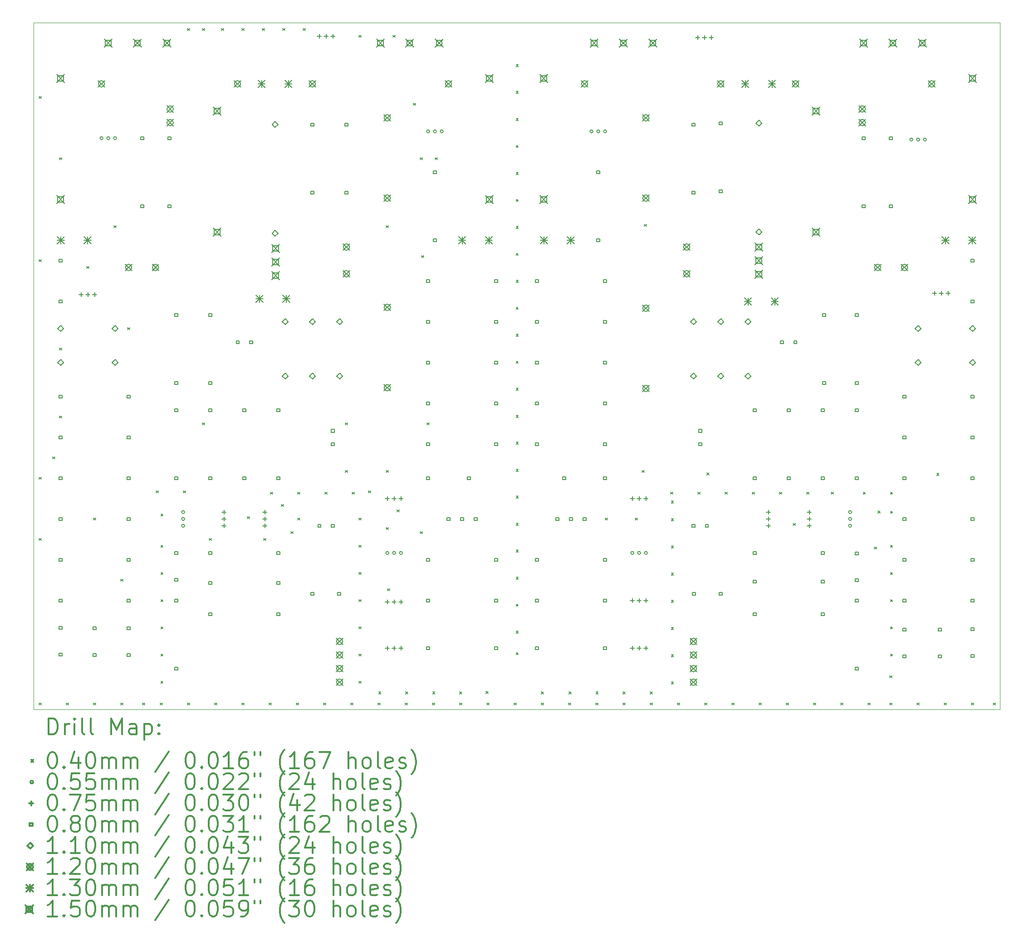
<source format=gbr>
%FSLAX45Y45*%
G04 Gerber Fmt 4.5, Leading zero omitted, Abs format (unit mm)*
G04 Created by KiCad (PCBNEW 5.1.5-1.fc31) date 2020-04-24 19:34:01*
%MOMM*%
%LPD*%
G04 APERTURE LIST*
%TA.AperFunction,Profile*%
%ADD10C,0.050000*%
%TD*%
%ADD11C,0.200000*%
%ADD12C,0.300000*%
G04 APERTURE END LIST*
D10*
X24130000Y-14986000D02*
X6096000Y-14986000D01*
X24130000Y-2159000D02*
X24130000Y-14986000D01*
X6096000Y-2159000D02*
X24130000Y-2159000D01*
X6096000Y-14986000D02*
X6096000Y-2159000D01*
D11*
X6203000Y-3536000D02*
X6243000Y-3576000D01*
X6243000Y-3536000D02*
X6203000Y-3576000D01*
X6203000Y-6584000D02*
X6243000Y-6624000D01*
X6243000Y-6584000D02*
X6203000Y-6624000D01*
X6203000Y-10648000D02*
X6243000Y-10688000D01*
X6243000Y-10648000D02*
X6203000Y-10688000D01*
X6203000Y-11791000D02*
X6243000Y-11831000D01*
X6243000Y-11791000D02*
X6203000Y-11831000D01*
X6203000Y-14864400D02*
X6243000Y-14904400D01*
X6243000Y-14864400D02*
X6203000Y-14904400D01*
X6457000Y-10267000D02*
X6497000Y-10307000D01*
X6497000Y-10267000D02*
X6457000Y-10307000D01*
X6584000Y-4679000D02*
X6624000Y-4719000D01*
X6624000Y-4679000D02*
X6584000Y-4719000D01*
X6584000Y-8235000D02*
X6624000Y-8275000D01*
X6624000Y-8235000D02*
X6584000Y-8275000D01*
X6584000Y-9505000D02*
X6624000Y-9545000D01*
X6624000Y-9505000D02*
X6584000Y-9545000D01*
X6711000Y-14864400D02*
X6751000Y-14904400D01*
X6751000Y-14864400D02*
X6711000Y-14904400D01*
X7092000Y-6711000D02*
X7132000Y-6751000D01*
X7132000Y-6711000D02*
X7092000Y-6751000D01*
X7219000Y-11410000D02*
X7259000Y-11450000D01*
X7259000Y-11410000D02*
X7219000Y-11450000D01*
X7219000Y-14864400D02*
X7259000Y-14904400D01*
X7259000Y-14864400D02*
X7219000Y-14904400D01*
X7600000Y-5949000D02*
X7640000Y-5989000D01*
X7640000Y-5949000D02*
X7600000Y-5989000D01*
X7727000Y-12553000D02*
X7767000Y-12593000D01*
X7767000Y-12553000D02*
X7727000Y-12593000D01*
X7727000Y-14864400D02*
X7767000Y-14904400D01*
X7767000Y-14864400D02*
X7727000Y-14904400D01*
X7854000Y-7854000D02*
X7894000Y-7894000D01*
X7894000Y-7854000D02*
X7854000Y-7894000D01*
X8130860Y-14864400D02*
X8170860Y-14904400D01*
X8170860Y-14864400D02*
X8130860Y-14904400D01*
X8387400Y-10902000D02*
X8427400Y-10942000D01*
X8427400Y-10902000D02*
X8387400Y-10942000D01*
X8463600Y-14864400D02*
X8503600Y-14904400D01*
X8503600Y-14864400D02*
X8463600Y-14904400D01*
X8476300Y-11333800D02*
X8516300Y-11373800D01*
X8516300Y-11333800D02*
X8476300Y-11373800D01*
X8476300Y-11918000D02*
X8516300Y-11958000D01*
X8516300Y-11918000D02*
X8476300Y-11958000D01*
X8476300Y-12426000D02*
X8516300Y-12466000D01*
X8516300Y-12426000D02*
X8476300Y-12466000D01*
X8476300Y-12934000D02*
X8516300Y-12974000D01*
X8516300Y-12934000D02*
X8476300Y-12974000D01*
X8476300Y-13442000D02*
X8516300Y-13482000D01*
X8516300Y-13442000D02*
X8476300Y-13482000D01*
X8476300Y-13950000D02*
X8516300Y-13990000D01*
X8516300Y-13950000D02*
X8476300Y-13990000D01*
X8476300Y-14458000D02*
X8516300Y-14498000D01*
X8516300Y-14458000D02*
X8476300Y-14498000D01*
X8895400Y-10902000D02*
X8935400Y-10942000D01*
X8935400Y-10902000D02*
X8895400Y-10942000D01*
X8969060Y-2266000D02*
X9009060Y-2306000D01*
X9009060Y-2266000D02*
X8969060Y-2306000D01*
X8971600Y-14864400D02*
X9011600Y-14904400D01*
X9011600Y-14864400D02*
X8971600Y-14904400D01*
X9251000Y-2266000D02*
X9291000Y-2306000D01*
X9291000Y-2266000D02*
X9251000Y-2306000D01*
X9251000Y-9632000D02*
X9291000Y-9672000D01*
X9291000Y-9632000D02*
X9251000Y-9672000D01*
X9378000Y-11791000D02*
X9418000Y-11831000D01*
X9418000Y-11791000D02*
X9378000Y-11831000D01*
X9479600Y-14864400D02*
X9519600Y-14904400D01*
X9519600Y-14864400D02*
X9479600Y-14904400D01*
X9604060Y-2266000D02*
X9644060Y-2306000D01*
X9644060Y-2266000D02*
X9604060Y-2306000D01*
X9985060Y-2266000D02*
X10025060Y-2306000D01*
X10025060Y-2266000D02*
X9985060Y-2306000D01*
X9987600Y-14864400D02*
X10027600Y-14904400D01*
X10027600Y-14864400D02*
X9987600Y-14904400D01*
X10089200Y-11384600D02*
X10129200Y-11424600D01*
X10129200Y-11384600D02*
X10089200Y-11424600D01*
X10366060Y-2266000D02*
X10406060Y-2306000D01*
X10406060Y-2266000D02*
X10366060Y-2306000D01*
X10394000Y-11791000D02*
X10434000Y-11831000D01*
X10434000Y-11791000D02*
X10394000Y-11831000D01*
X10495600Y-14864400D02*
X10535600Y-14904400D01*
X10535600Y-14864400D02*
X10495600Y-14904400D01*
X10521000Y-10927400D02*
X10561000Y-10967400D01*
X10561000Y-10927400D02*
X10521000Y-10967400D01*
X10724200Y-11156000D02*
X10764200Y-11196000D01*
X10764200Y-11156000D02*
X10724200Y-11196000D01*
X10747060Y-2266000D02*
X10787060Y-2306000D01*
X10787060Y-2266000D02*
X10747060Y-2306000D01*
X10902000Y-11664000D02*
X10942000Y-11704000D01*
X10942000Y-11664000D02*
X10902000Y-11704000D01*
X11003600Y-14864400D02*
X11043600Y-14904400D01*
X11043600Y-14864400D02*
X11003600Y-14904400D01*
X11029000Y-10927400D02*
X11069000Y-10967400D01*
X11069000Y-10927400D02*
X11029000Y-10967400D01*
X11029000Y-11410000D02*
X11069000Y-11450000D01*
X11069000Y-11410000D02*
X11029000Y-11450000D01*
X11128060Y-2266000D02*
X11168060Y-2306000D01*
X11168060Y-2266000D02*
X11128060Y-2306000D01*
X11511600Y-14864400D02*
X11551600Y-14904400D01*
X11551600Y-14864400D02*
X11511600Y-14904400D01*
X11537000Y-10927400D02*
X11577000Y-10967400D01*
X11577000Y-10927400D02*
X11537000Y-10967400D01*
X11918000Y-9632000D02*
X11958000Y-9672000D01*
X11958000Y-9632000D02*
X11918000Y-9672000D01*
X11918000Y-10521000D02*
X11958000Y-10561000D01*
X11958000Y-10521000D02*
X11918000Y-10561000D01*
X12019600Y-14864400D02*
X12059600Y-14904400D01*
X12059600Y-14864400D02*
X12019600Y-14904400D01*
X12045000Y-10927400D02*
X12085000Y-10967400D01*
X12085000Y-10927400D02*
X12045000Y-10967400D01*
X12172000Y-2393000D02*
X12212000Y-2433000D01*
X12212000Y-2393000D02*
X12172000Y-2433000D01*
X12172000Y-11410000D02*
X12212000Y-11450000D01*
X12212000Y-11410000D02*
X12172000Y-11450000D01*
X12172000Y-11918000D02*
X12212000Y-11958000D01*
X12212000Y-11918000D02*
X12172000Y-11958000D01*
X12172000Y-12426000D02*
X12212000Y-12466000D01*
X12212000Y-12426000D02*
X12172000Y-12466000D01*
X12172000Y-12934000D02*
X12212000Y-12974000D01*
X12212000Y-12934000D02*
X12172000Y-12974000D01*
X12172000Y-13442000D02*
X12212000Y-13482000D01*
X12212000Y-13442000D02*
X12172000Y-13482000D01*
X12172000Y-13950000D02*
X12212000Y-13990000D01*
X12212000Y-13950000D02*
X12172000Y-13990000D01*
X12172000Y-14458000D02*
X12212000Y-14498000D01*
X12212000Y-14458000D02*
X12172000Y-14498000D01*
X12349800Y-10902000D02*
X12389800Y-10942000D01*
X12389800Y-10902000D02*
X12349800Y-10942000D01*
X12527600Y-14864400D02*
X12567600Y-14904400D01*
X12567600Y-14864400D02*
X12527600Y-14904400D01*
X12540300Y-14658660D02*
X12580300Y-14698660D01*
X12580300Y-14658660D02*
X12540300Y-14698660D01*
X12680000Y-5949000D02*
X12720000Y-5989000D01*
X12720000Y-5949000D02*
X12680000Y-5989000D01*
X12680000Y-10521000D02*
X12720000Y-10561000D01*
X12720000Y-10521000D02*
X12680000Y-10561000D01*
X12680000Y-11587800D02*
X12720000Y-11627800D01*
X12720000Y-11587800D02*
X12680000Y-11627800D01*
X12705400Y-12730800D02*
X12745400Y-12770800D01*
X12745400Y-12730800D02*
X12705400Y-12770800D01*
X12807000Y-2393000D02*
X12847000Y-2433000D01*
X12847000Y-2393000D02*
X12807000Y-2433000D01*
X12883200Y-11257600D02*
X12923200Y-11297600D01*
X12923200Y-11257600D02*
X12883200Y-11297600D01*
X13035600Y-14864400D02*
X13075600Y-14904400D01*
X13075600Y-14864400D02*
X13035600Y-14904400D01*
X13044300Y-14658660D02*
X13084300Y-14698660D01*
X13084300Y-14658660D02*
X13044300Y-14698660D01*
X13188000Y-3663000D02*
X13228000Y-3703000D01*
X13228000Y-3663000D02*
X13188000Y-3703000D01*
X13315000Y-4679000D02*
X13355000Y-4719000D01*
X13355000Y-4679000D02*
X13315000Y-4719000D01*
X13315000Y-11664000D02*
X13355000Y-11704000D01*
X13355000Y-11664000D02*
X13315000Y-11704000D01*
X13340400Y-6507800D02*
X13380400Y-6547800D01*
X13380400Y-6507800D02*
X13340400Y-6547800D01*
X13442000Y-9632000D02*
X13482000Y-9672000D01*
X13482000Y-9632000D02*
X13442000Y-9672000D01*
X13543600Y-14864400D02*
X13583600Y-14904400D01*
X13583600Y-14864400D02*
X13543600Y-14904400D01*
X13548300Y-14658660D02*
X13588300Y-14698660D01*
X13588300Y-14658660D02*
X13548300Y-14698660D01*
X13594400Y-4679000D02*
X13634400Y-4719000D01*
X13634400Y-4679000D02*
X13594400Y-4719000D01*
X14051600Y-14864400D02*
X14091600Y-14904400D01*
X14091600Y-14864400D02*
X14051600Y-14904400D01*
X14052300Y-14658660D02*
X14092300Y-14698660D01*
X14092300Y-14658660D02*
X14052300Y-14698660D01*
X14542520Y-14651040D02*
X14582520Y-14691040D01*
X14582520Y-14651040D02*
X14542520Y-14691040D01*
X14559600Y-14864400D02*
X14599600Y-14904400D01*
X14599600Y-14864400D02*
X14559600Y-14904400D01*
X15067600Y-14864400D02*
X15107600Y-14904400D01*
X15107600Y-14864400D02*
X15067600Y-14904400D01*
X15105700Y-2938200D02*
X15145700Y-2978200D01*
X15145700Y-2938200D02*
X15105700Y-2978200D01*
X15105700Y-3442200D02*
X15145700Y-3482200D01*
X15145700Y-3442200D02*
X15105700Y-3482200D01*
X15105700Y-3946200D02*
X15145700Y-3986200D01*
X15145700Y-3946200D02*
X15105700Y-3986200D01*
X15105700Y-4450200D02*
X15145700Y-4490200D01*
X15145700Y-4450200D02*
X15105700Y-4490200D01*
X15105700Y-4954200D02*
X15145700Y-4994200D01*
X15145700Y-4954200D02*
X15105700Y-4994200D01*
X15105700Y-5458200D02*
X15145700Y-5498200D01*
X15145700Y-5458200D02*
X15105700Y-5498200D01*
X15105700Y-5962200D02*
X15145700Y-6002200D01*
X15145700Y-5962200D02*
X15105700Y-6002200D01*
X15105700Y-6466200D02*
X15145700Y-6506200D01*
X15145700Y-6466200D02*
X15105700Y-6506200D01*
X15105700Y-6970200D02*
X15145700Y-7010200D01*
X15145700Y-6970200D02*
X15105700Y-7010200D01*
X15105700Y-7474200D02*
X15145700Y-7514200D01*
X15145700Y-7474200D02*
X15105700Y-7514200D01*
X15105700Y-7978200D02*
X15145700Y-8018200D01*
X15145700Y-7978200D02*
X15105700Y-8018200D01*
X15105700Y-8482200D02*
X15145700Y-8522200D01*
X15145700Y-8482200D02*
X15105700Y-8522200D01*
X15105700Y-8986200D02*
X15145700Y-9026200D01*
X15145700Y-8986200D02*
X15105700Y-9026200D01*
X15105700Y-9490200D02*
X15145700Y-9530200D01*
X15145700Y-9490200D02*
X15105700Y-9530200D01*
X15105700Y-9994200D02*
X15145700Y-10034200D01*
X15145700Y-9994200D02*
X15105700Y-10034200D01*
X15105700Y-10498200D02*
X15145700Y-10538200D01*
X15145700Y-10498200D02*
X15105700Y-10538200D01*
X15105700Y-11002200D02*
X15145700Y-11042200D01*
X15145700Y-11002200D02*
X15105700Y-11042200D01*
X15105700Y-11506200D02*
X15145700Y-11546200D01*
X15145700Y-11506200D02*
X15105700Y-11546200D01*
X15105700Y-12010200D02*
X15145700Y-12050200D01*
X15145700Y-12010200D02*
X15105700Y-12050200D01*
X15105700Y-12514200D02*
X15145700Y-12554200D01*
X15145700Y-12514200D02*
X15105700Y-12554200D01*
X15105700Y-13018200D02*
X15145700Y-13058200D01*
X15145700Y-13018200D02*
X15105700Y-13058200D01*
X15105700Y-13522200D02*
X15145700Y-13562200D01*
X15145700Y-13522200D02*
X15105700Y-13562200D01*
X15105700Y-13924600D02*
X15145700Y-13964600D01*
X15145700Y-13924600D02*
X15105700Y-13964600D01*
X15575600Y-14864400D02*
X15615600Y-14904400D01*
X15615600Y-14864400D02*
X15575600Y-14904400D01*
X15576300Y-14658660D02*
X15616300Y-14698660D01*
X15616300Y-14658660D02*
X15576300Y-14698660D01*
X16083600Y-14864400D02*
X16123600Y-14904400D01*
X16123600Y-14864400D02*
X16083600Y-14904400D01*
X16092300Y-14658660D02*
X16132300Y-14698660D01*
X16132300Y-14658660D02*
X16092300Y-14698660D01*
X16591600Y-14864400D02*
X16631600Y-14904400D01*
X16631600Y-14864400D02*
X16591600Y-14904400D01*
X16596300Y-14658660D02*
X16636300Y-14698660D01*
X16636300Y-14658660D02*
X16596300Y-14698660D01*
X16769400Y-11410000D02*
X16809400Y-11450000D01*
X16809400Y-11410000D02*
X16769400Y-11450000D01*
X17099600Y-14864400D02*
X17139600Y-14904400D01*
X17139600Y-14864400D02*
X17099600Y-14904400D01*
X17100300Y-14658660D02*
X17140300Y-14698660D01*
X17140300Y-14658660D02*
X17100300Y-14698660D01*
X17328200Y-11410000D02*
X17368200Y-11450000D01*
X17368200Y-11410000D02*
X17328200Y-11450000D01*
X17455200Y-10521000D02*
X17495200Y-10561000D01*
X17495200Y-10521000D02*
X17455200Y-10561000D01*
X17455200Y-10521000D02*
X17495200Y-10561000D01*
X17495200Y-10521000D02*
X17455200Y-10561000D01*
X17494463Y-5923600D02*
X17534463Y-5963600D01*
X17534463Y-5923600D02*
X17494463Y-5963600D01*
X17607600Y-14864400D02*
X17647600Y-14904400D01*
X17647600Y-14864400D02*
X17607600Y-14904400D01*
X17608300Y-14658660D02*
X17648300Y-14698660D01*
X17648300Y-14658660D02*
X17608300Y-14698660D01*
X17988600Y-10927400D02*
X18028600Y-10967400D01*
X18028600Y-10927400D02*
X17988600Y-10967400D01*
X18001300Y-11092500D02*
X18041300Y-11132500D01*
X18041300Y-11092500D02*
X18001300Y-11132500D01*
X18001300Y-11422700D02*
X18041300Y-11462700D01*
X18041300Y-11422700D02*
X18001300Y-11462700D01*
X18001300Y-11930700D02*
X18041300Y-11970700D01*
X18041300Y-11930700D02*
X18001300Y-11970700D01*
X18001300Y-12438700D02*
X18041300Y-12478700D01*
X18041300Y-12438700D02*
X18001300Y-12478700D01*
X18001300Y-12946700D02*
X18041300Y-12986700D01*
X18041300Y-12946700D02*
X18001300Y-12986700D01*
X18001300Y-13454700D02*
X18041300Y-13494700D01*
X18041300Y-13454700D02*
X18001300Y-13494700D01*
X18001300Y-13962700D02*
X18041300Y-14002700D01*
X18041300Y-13962700D02*
X18001300Y-14002700D01*
X18001300Y-14470700D02*
X18041300Y-14510700D01*
X18041300Y-14470700D02*
X18001300Y-14510700D01*
X18115600Y-14864400D02*
X18155600Y-14904400D01*
X18155600Y-14864400D02*
X18115600Y-14904400D01*
X18496600Y-10927400D02*
X18536600Y-10967400D01*
X18536600Y-10927400D02*
X18496600Y-10967400D01*
X18623600Y-14864400D02*
X18663600Y-14904400D01*
X18663600Y-14864400D02*
X18623600Y-14904400D01*
X18664240Y-10569260D02*
X18704240Y-10609260D01*
X18704240Y-10569260D02*
X18664240Y-10609260D01*
X19004600Y-10927400D02*
X19044600Y-10967400D01*
X19044600Y-10927400D02*
X19004600Y-10967400D01*
X19131600Y-14864400D02*
X19171600Y-14904400D01*
X19171600Y-14864400D02*
X19131600Y-14904400D01*
X19512600Y-10927400D02*
X19552600Y-10967400D01*
X19552600Y-10927400D02*
X19512600Y-10967400D01*
X19639600Y-14864400D02*
X19679600Y-14904400D01*
X19679600Y-14864400D02*
X19639600Y-14904400D01*
X20020600Y-10927400D02*
X20060600Y-10967400D01*
X20060600Y-10927400D02*
X20020600Y-10967400D01*
X20147600Y-14864400D02*
X20187600Y-14904400D01*
X20187600Y-14864400D02*
X20147600Y-14904400D01*
X20274600Y-11511600D02*
X20314600Y-11551600D01*
X20314600Y-11511600D02*
X20274600Y-11551600D01*
X20528600Y-10927400D02*
X20568600Y-10967400D01*
X20568600Y-10927400D02*
X20528600Y-10967400D01*
X20655600Y-14864400D02*
X20695600Y-14904400D01*
X20695600Y-14864400D02*
X20655600Y-14904400D01*
X20985800Y-10927400D02*
X21025800Y-10967400D01*
X21025800Y-10927400D02*
X20985800Y-10967400D01*
X21163600Y-14864400D02*
X21203600Y-14904400D01*
X21203600Y-14864400D02*
X21163600Y-14904400D01*
X21582700Y-10927400D02*
X21622700Y-10967400D01*
X21622700Y-10927400D02*
X21582700Y-10967400D01*
X21671600Y-14864400D02*
X21711600Y-14904400D01*
X21711600Y-14864400D02*
X21671600Y-14904400D01*
X21788440Y-11953560D02*
X21828440Y-11993560D01*
X21828440Y-11953560D02*
X21788440Y-11993560D01*
X21857020Y-11280460D02*
X21897020Y-11320460D01*
X21897020Y-11280460D02*
X21857020Y-11320460D01*
X22078000Y-14356400D02*
X22118000Y-14396400D01*
X22118000Y-14356400D02*
X22078000Y-14396400D01*
X22078000Y-14864400D02*
X22118000Y-14904400D01*
X22118000Y-14864400D02*
X22078000Y-14904400D01*
X22090700Y-10927400D02*
X22130700Y-10967400D01*
X22130700Y-10927400D02*
X22090700Y-10967400D01*
X22090700Y-11283000D02*
X22130700Y-11323000D01*
X22130700Y-11283000D02*
X22090700Y-11323000D01*
X22090700Y-11918000D02*
X22130700Y-11958000D01*
X22130700Y-11918000D02*
X22090700Y-11958000D01*
X22090700Y-12426000D02*
X22130700Y-12466000D01*
X22130700Y-12426000D02*
X22090700Y-12466000D01*
X22090700Y-12934000D02*
X22130700Y-12974000D01*
X22130700Y-12934000D02*
X22090700Y-12974000D01*
X22090700Y-13442000D02*
X22130700Y-13482000D01*
X22130700Y-13442000D02*
X22090700Y-13482000D01*
X22090700Y-13950000D02*
X22130700Y-13990000D01*
X22130700Y-13950000D02*
X22090700Y-13990000D01*
X22586000Y-14864400D02*
X22626000Y-14904400D01*
X22626000Y-14864400D02*
X22586000Y-14904400D01*
X22954300Y-10574340D02*
X22994300Y-10614340D01*
X22994300Y-10574340D02*
X22954300Y-10614340D01*
X23094000Y-14864400D02*
X23134000Y-14904400D01*
X23134000Y-14864400D02*
X23094000Y-14904400D01*
X23602000Y-14864400D02*
X23642000Y-14904400D01*
X23642000Y-14864400D02*
X23602000Y-14904400D01*
X24005860Y-14864400D02*
X24045860Y-14904400D01*
X24045860Y-14864400D02*
X24005860Y-14904400D01*
X12727500Y-12065000D02*
G75*
G03X12727500Y-12065000I-27500J0D01*
G01*
X12854500Y-12065000D02*
G75*
G03X12854500Y-12065000I-27500J0D01*
G01*
X12981500Y-12065000D02*
G75*
G03X12981500Y-12065000I-27500J0D01*
G01*
X8917500Y-11303000D02*
G75*
G03X8917500Y-11303000I-27500J0D01*
G01*
X8917500Y-11430000D02*
G75*
G03X8917500Y-11430000I-27500J0D01*
G01*
X8917500Y-11557000D02*
G75*
G03X8917500Y-11557000I-27500J0D01*
G01*
X17299500Y-12065000D02*
G75*
G03X17299500Y-12065000I-27500J0D01*
G01*
X17426500Y-12065000D02*
G75*
G03X17426500Y-12065000I-27500J0D01*
G01*
X17553500Y-12065000D02*
G75*
G03X17553500Y-12065000I-27500J0D01*
G01*
X22506500Y-4343400D02*
G75*
G03X22506500Y-4343400I-27500J0D01*
G01*
X22633500Y-4343400D02*
G75*
G03X22633500Y-4343400I-27500J0D01*
G01*
X22760500Y-4343400D02*
G75*
G03X22760500Y-4343400I-27500J0D01*
G01*
X21363500Y-11303000D02*
G75*
G03X21363500Y-11303000I-27500J0D01*
G01*
X21363500Y-11430000D02*
G75*
G03X21363500Y-11430000I-27500J0D01*
G01*
X21363500Y-11557000D02*
G75*
G03X21363500Y-11557000I-27500J0D01*
G01*
X16537500Y-4191000D02*
G75*
G03X16537500Y-4191000I-27500J0D01*
G01*
X16664500Y-4191000D02*
G75*
G03X16664500Y-4191000I-27500J0D01*
G01*
X16791500Y-4191000D02*
G75*
G03X16791500Y-4191000I-27500J0D01*
G01*
X7393500Y-4318000D02*
G75*
G03X7393500Y-4318000I-27500J0D01*
G01*
X7520500Y-4318000D02*
G75*
G03X7520500Y-4318000I-27500J0D01*
G01*
X7647500Y-4318000D02*
G75*
G03X7647500Y-4318000I-27500J0D01*
G01*
X13489500Y-4191000D02*
G75*
G03X13489500Y-4191000I-27500J0D01*
G01*
X13616500Y-4191000D02*
G75*
G03X13616500Y-4191000I-27500J0D01*
G01*
X13743500Y-4191000D02*
G75*
G03X13743500Y-4191000I-27500J0D01*
G01*
X9652000Y-11265500D02*
X9652000Y-11340500D01*
X9614500Y-11303000D02*
X9689500Y-11303000D01*
X9652000Y-11392500D02*
X9652000Y-11467500D01*
X9614500Y-11430000D02*
X9689500Y-11430000D01*
X9652000Y-11519500D02*
X9652000Y-11594500D01*
X9614500Y-11557000D02*
X9689500Y-11557000D01*
X18491200Y-2400900D02*
X18491200Y-2475900D01*
X18453700Y-2438400D02*
X18528700Y-2438400D01*
X18618200Y-2400900D02*
X18618200Y-2475900D01*
X18580700Y-2438400D02*
X18655700Y-2438400D01*
X18745200Y-2400900D02*
X18745200Y-2475900D01*
X18707700Y-2438400D02*
X18782700Y-2438400D01*
X17272000Y-13805500D02*
X17272000Y-13880500D01*
X17234500Y-13843000D02*
X17309500Y-13843000D01*
X17399000Y-13805500D02*
X17399000Y-13880500D01*
X17361500Y-13843000D02*
X17436500Y-13843000D01*
X17526000Y-13805500D02*
X17526000Y-13880500D01*
X17488500Y-13843000D02*
X17563500Y-13843000D01*
X12700000Y-13805500D02*
X12700000Y-13880500D01*
X12662500Y-13843000D02*
X12737500Y-13843000D01*
X12827000Y-13805500D02*
X12827000Y-13880500D01*
X12789500Y-13843000D02*
X12864500Y-13843000D01*
X12954000Y-13805500D02*
X12954000Y-13880500D01*
X12916500Y-13843000D02*
X12991500Y-13843000D01*
X11430000Y-2375500D02*
X11430000Y-2450500D01*
X11392500Y-2413000D02*
X11467500Y-2413000D01*
X11557000Y-2375500D02*
X11557000Y-2450500D01*
X11519500Y-2413000D02*
X11594500Y-2413000D01*
X11684000Y-2375500D02*
X11684000Y-2450500D01*
X11646500Y-2413000D02*
X11721500Y-2413000D01*
X6985000Y-7201500D02*
X6985000Y-7276500D01*
X6947500Y-7239000D02*
X7022500Y-7239000D01*
X7112000Y-7201500D02*
X7112000Y-7276500D01*
X7074500Y-7239000D02*
X7149500Y-7239000D01*
X7239000Y-7201500D02*
X7239000Y-7276500D01*
X7201500Y-7239000D02*
X7276500Y-7239000D01*
X12700000Y-12941900D02*
X12700000Y-13016900D01*
X12662500Y-12979400D02*
X12737500Y-12979400D01*
X12827000Y-12941900D02*
X12827000Y-13016900D01*
X12789500Y-12979400D02*
X12864500Y-12979400D01*
X12954000Y-12941900D02*
X12954000Y-13016900D01*
X12916500Y-12979400D02*
X12991500Y-12979400D01*
X17272000Y-11011500D02*
X17272000Y-11086500D01*
X17234500Y-11049000D02*
X17309500Y-11049000D01*
X17399000Y-11011500D02*
X17399000Y-11086500D01*
X17361500Y-11049000D02*
X17436500Y-11049000D01*
X17526000Y-11011500D02*
X17526000Y-11086500D01*
X17488500Y-11049000D02*
X17563500Y-11049000D01*
X17272000Y-12916500D02*
X17272000Y-12991500D01*
X17234500Y-12954000D02*
X17309500Y-12954000D01*
X17399000Y-12916500D02*
X17399000Y-12991500D01*
X17361500Y-12954000D02*
X17436500Y-12954000D01*
X17526000Y-12916500D02*
X17526000Y-12991500D01*
X17488500Y-12954000D02*
X17563500Y-12954000D01*
X12700000Y-11011500D02*
X12700000Y-11086500D01*
X12662500Y-11049000D02*
X12737500Y-11049000D01*
X12827000Y-11011500D02*
X12827000Y-11086500D01*
X12789500Y-11049000D02*
X12864500Y-11049000D01*
X12954000Y-11011500D02*
X12954000Y-11086500D01*
X12916500Y-11049000D02*
X12991500Y-11049000D01*
X20574000Y-11265500D02*
X20574000Y-11340500D01*
X20536500Y-11303000D02*
X20611500Y-11303000D01*
X20574000Y-11392500D02*
X20574000Y-11467500D01*
X20536500Y-11430000D02*
X20611500Y-11430000D01*
X20574000Y-11519500D02*
X20574000Y-11594500D01*
X20536500Y-11557000D02*
X20611500Y-11557000D01*
X19812000Y-11265500D02*
X19812000Y-11340500D01*
X19774500Y-11303000D02*
X19849500Y-11303000D01*
X19812000Y-11392500D02*
X19812000Y-11467500D01*
X19774500Y-11430000D02*
X19849500Y-11430000D01*
X19812000Y-11519500D02*
X19812000Y-11594500D01*
X19774500Y-11557000D02*
X19849500Y-11557000D01*
X10414000Y-11265500D02*
X10414000Y-11340500D01*
X10376500Y-11303000D02*
X10451500Y-11303000D01*
X10414000Y-11392500D02*
X10414000Y-11467500D01*
X10376500Y-11430000D02*
X10451500Y-11430000D01*
X10414000Y-11519500D02*
X10414000Y-11594500D01*
X10376500Y-11557000D02*
X10451500Y-11557000D01*
X22910800Y-7176100D02*
X22910800Y-7251100D01*
X22873300Y-7213600D02*
X22948300Y-7213600D01*
X23037800Y-7176100D02*
X23037800Y-7251100D01*
X23000300Y-7213600D02*
X23075300Y-7213600D01*
X23164800Y-7176100D02*
X23164800Y-7251100D01*
X23127300Y-7213600D02*
X23202300Y-7213600D01*
X8791285Y-12982284D02*
X8791285Y-12925715D01*
X8734716Y-12925715D01*
X8734716Y-12982284D01*
X8791285Y-12982284D01*
X8791285Y-14252284D02*
X8791285Y-14195715D01*
X8734716Y-14195715D01*
X8734716Y-14252284D01*
X8791285Y-14252284D01*
X6632284Y-9934285D02*
X6632284Y-9877716D01*
X6575715Y-9877716D01*
X6575715Y-9934285D01*
X6632284Y-9934285D01*
X7902284Y-9934285D02*
X7902284Y-9877716D01*
X7845715Y-9877716D01*
X7845715Y-9934285D01*
X7902284Y-9934285D01*
X22380284Y-9934285D02*
X22380284Y-9877716D01*
X22323716Y-9877716D01*
X22323716Y-9934285D01*
X22380284Y-9934285D01*
X23650284Y-9934285D02*
X23650284Y-9877716D01*
X23593715Y-9877716D01*
X23593715Y-9934285D01*
X23650284Y-9934285D01*
X19586285Y-13236284D02*
X19586285Y-13179715D01*
X19529716Y-13179715D01*
X19529716Y-13236284D01*
X19586285Y-13236284D01*
X20856285Y-13236284D02*
X20856285Y-13179715D01*
X20799716Y-13179715D01*
X20799716Y-13236284D01*
X20856285Y-13236284D01*
X8156284Y-4346285D02*
X8156284Y-4289716D01*
X8099715Y-4289716D01*
X8099715Y-4346285D01*
X8156284Y-4346285D01*
X8156284Y-5616284D02*
X8156284Y-5559716D01*
X8099715Y-5559716D01*
X8099715Y-5616284D01*
X8156284Y-5616284D01*
X6632284Y-6632284D02*
X6632284Y-6575715D01*
X6575715Y-6575715D01*
X6575715Y-6632284D01*
X6632284Y-6632284D01*
X6632284Y-7394284D02*
X6632284Y-7337715D01*
X6575715Y-7337715D01*
X6575715Y-7394284D01*
X6632284Y-7394284D01*
X13490284Y-12982284D02*
X13490284Y-12925715D01*
X13433715Y-12925715D01*
X13433715Y-12982284D01*
X13490284Y-12982284D01*
X14760284Y-12982284D02*
X14760284Y-12925715D01*
X14703715Y-12925715D01*
X14703715Y-12982284D01*
X14760284Y-12982284D01*
X20881685Y-7648284D02*
X20881685Y-7591715D01*
X20825116Y-7591715D01*
X20825116Y-7648284D01*
X20881685Y-7648284D01*
X20881685Y-8918285D02*
X20881685Y-8861716D01*
X20825116Y-8861716D01*
X20825116Y-8918285D01*
X20881685Y-8918285D01*
X23040684Y-13523684D02*
X23040684Y-13467115D01*
X22984115Y-13467115D01*
X22984115Y-13523684D01*
X23040684Y-13523684D01*
X23040684Y-14023684D02*
X23040684Y-13967115D01*
X22984115Y-13967115D01*
X22984115Y-14023684D01*
X23040684Y-14023684D01*
X18443285Y-4092284D02*
X18443285Y-4035715D01*
X18386716Y-4035715D01*
X18386716Y-4092284D01*
X18443285Y-4092284D01*
X18443285Y-5362285D02*
X18443285Y-5305716D01*
X18386716Y-5305716D01*
X18386716Y-5362285D01*
X18443285Y-5362285D01*
X18951285Y-4066884D02*
X18951285Y-4010315D01*
X18894716Y-4010315D01*
X18894716Y-4066884D01*
X18951285Y-4066884D01*
X18951285Y-5336885D02*
X18951285Y-5280316D01*
X18894716Y-5280316D01*
X18894716Y-5336885D01*
X18951285Y-5336885D01*
X22380284Y-10696285D02*
X22380284Y-10639716D01*
X22323716Y-10639716D01*
X22323716Y-10696285D01*
X22380284Y-10696285D01*
X23650284Y-10696285D02*
X23650284Y-10639716D01*
X23593715Y-10639716D01*
X23593715Y-10696285D01*
X23650284Y-10696285D01*
X22126285Y-4346285D02*
X22126285Y-4289716D01*
X22069716Y-4289716D01*
X22069716Y-4346285D01*
X22126285Y-4346285D01*
X22126285Y-5616284D02*
X22126285Y-5559716D01*
X22069716Y-5559716D01*
X22069716Y-5616284D01*
X22126285Y-5616284D01*
X16030284Y-10696285D02*
X16030284Y-10639716D01*
X15973715Y-10639716D01*
X15973715Y-10696285D01*
X16030284Y-10696285D01*
X16792285Y-10696285D02*
X16792285Y-10639716D01*
X16735715Y-10639716D01*
X16735715Y-10696285D01*
X16792285Y-10696285D01*
X22380284Y-13523684D02*
X22380284Y-13467115D01*
X22323716Y-13467115D01*
X22323716Y-13523684D01*
X22380284Y-13523684D01*
X22380284Y-14023684D02*
X22380284Y-13967115D01*
X22323716Y-13967115D01*
X22323716Y-14023684D01*
X22380284Y-14023684D01*
X7902284Y-13498284D02*
X7902284Y-13441715D01*
X7845715Y-13441715D01*
X7845715Y-13498284D01*
X7902284Y-13498284D01*
X7902284Y-13998284D02*
X7902284Y-13941715D01*
X7845715Y-13941715D01*
X7845715Y-13998284D01*
X7902284Y-13998284D01*
X11462284Y-11585284D02*
X11462284Y-11528715D01*
X11405715Y-11528715D01*
X11405715Y-11585284D01*
X11462284Y-11585284D01*
X11712284Y-11585284D02*
X11712284Y-11528715D01*
X11655715Y-11528715D01*
X11655715Y-11585284D01*
X11712284Y-11585284D01*
X11966284Y-4092284D02*
X11966284Y-4035715D01*
X11909715Y-4035715D01*
X11909715Y-4092284D01*
X11966284Y-4092284D01*
X11966284Y-5362285D02*
X11966284Y-5305716D01*
X11909715Y-5305716D01*
X11909715Y-5362285D01*
X11966284Y-5362285D01*
X23650284Y-13515684D02*
X23650284Y-13459115D01*
X23593715Y-13459115D01*
X23593715Y-13515684D01*
X23650284Y-13515684D01*
X23650284Y-14015684D02*
X23650284Y-13959115D01*
X23593715Y-13959115D01*
X23593715Y-14015684D01*
X23650284Y-14015684D01*
X18570285Y-9811285D02*
X18570285Y-9754716D01*
X18513716Y-9754716D01*
X18513716Y-9811285D01*
X18570285Y-9811285D01*
X18570285Y-10061285D02*
X18570285Y-10004716D01*
X18513716Y-10004716D01*
X18513716Y-10061285D01*
X18570285Y-10061285D01*
X15903284Y-11458284D02*
X15903284Y-11401715D01*
X15846715Y-11401715D01*
X15846715Y-11458284D01*
X15903284Y-11458284D01*
X16157284Y-11458284D02*
X16157284Y-11401715D01*
X16100715Y-11401715D01*
X16100715Y-11458284D01*
X16157284Y-11458284D01*
X16411284Y-11458284D02*
X16411284Y-11401715D01*
X16354715Y-11401715D01*
X16354715Y-11458284D01*
X16411284Y-11458284D01*
X9938285Y-8156284D02*
X9938285Y-8099715D01*
X9881716Y-8099715D01*
X9881716Y-8156284D01*
X9938285Y-8156284D01*
X10188285Y-8156284D02*
X10188285Y-8099715D01*
X10131716Y-8099715D01*
X10131716Y-8156284D01*
X10188285Y-8156284D01*
X8791285Y-7648284D02*
X8791285Y-7591715D01*
X8734716Y-7591715D01*
X8734716Y-7648284D01*
X8791285Y-7648284D01*
X8791285Y-8918285D02*
X8791285Y-8861716D01*
X8734716Y-8861716D01*
X8734716Y-8918285D01*
X8791285Y-8918285D01*
X21618285Y-4346285D02*
X21618285Y-4289716D01*
X21561716Y-4289716D01*
X21561716Y-4346285D01*
X21618285Y-4346285D01*
X21618285Y-5616284D02*
X21618285Y-5559716D01*
X21561716Y-5559716D01*
X21561716Y-5616284D01*
X21618285Y-5616284D01*
X11331284Y-12855284D02*
X11331284Y-12798715D01*
X11274715Y-12798715D01*
X11274715Y-12855284D01*
X11331284Y-12855284D01*
X11831284Y-12855284D02*
X11831284Y-12798715D01*
X11774715Y-12798715D01*
X11774715Y-12855284D01*
X11831284Y-12855284D01*
X6632284Y-9172285D02*
X6632284Y-9115716D01*
X6575715Y-9115716D01*
X6575715Y-9172285D01*
X6632284Y-9172285D01*
X7902284Y-9172285D02*
X7902284Y-9115716D01*
X7845715Y-9115716D01*
X7845715Y-9172285D01*
X7902284Y-9172285D01*
X23650284Y-6632284D02*
X23650284Y-6575715D01*
X23593715Y-6575715D01*
X23593715Y-6632284D01*
X23650284Y-6632284D01*
X23650284Y-7394284D02*
X23650284Y-7337715D01*
X23593715Y-7337715D01*
X23593715Y-7394284D01*
X23650284Y-7394284D01*
X8664285Y-4346285D02*
X8664285Y-4289716D01*
X8607716Y-4289716D01*
X8607716Y-4346285D01*
X8664285Y-4346285D01*
X8664285Y-5616284D02*
X8664285Y-5559716D01*
X8607716Y-5559716D01*
X8607716Y-5616284D01*
X8664285Y-5616284D01*
X22380284Y-12982284D02*
X22380284Y-12925715D01*
X22323716Y-12925715D01*
X22323716Y-12982284D01*
X22380284Y-12982284D01*
X23650284Y-12982284D02*
X23650284Y-12925715D01*
X23593715Y-12925715D01*
X23593715Y-12982284D01*
X23650284Y-12982284D01*
X13490284Y-7775284D02*
X13490284Y-7718715D01*
X13433715Y-7718715D01*
X13433715Y-7775284D01*
X13490284Y-7775284D01*
X14760284Y-7775284D02*
X14760284Y-7718715D01*
X14703715Y-7718715D01*
X14703715Y-7775284D01*
X14760284Y-7775284D01*
X13490284Y-8537285D02*
X13490284Y-8480716D01*
X13433715Y-8480716D01*
X13433715Y-8537285D01*
X13490284Y-8537285D01*
X14760284Y-8537285D02*
X14760284Y-8480716D01*
X14703715Y-8480716D01*
X14703715Y-8537285D01*
X14760284Y-8537285D01*
X22380284Y-11458284D02*
X22380284Y-11401715D01*
X22323716Y-11401715D01*
X22323716Y-11458284D01*
X22380284Y-11458284D01*
X23650284Y-11458284D02*
X23650284Y-11401715D01*
X23593715Y-11401715D01*
X23593715Y-11458284D01*
X23650284Y-11458284D01*
X20221285Y-9426285D02*
X20221285Y-9369716D01*
X20164716Y-9369716D01*
X20164716Y-9426285D01*
X20221285Y-9426285D01*
X20221285Y-10696285D02*
X20221285Y-10639716D01*
X20164716Y-10639716D01*
X20164716Y-10696285D01*
X20221285Y-10696285D01*
X21491285Y-12982284D02*
X21491285Y-12925715D01*
X21434716Y-12925715D01*
X21434716Y-12982284D01*
X21491285Y-12982284D01*
X21491285Y-14252284D02*
X21491285Y-14195715D01*
X21434716Y-14195715D01*
X21434716Y-14252284D01*
X21491285Y-14252284D01*
X21491285Y-7648284D02*
X21491285Y-7591715D01*
X21434716Y-7591715D01*
X21434716Y-7648284D01*
X21491285Y-7648284D01*
X21491285Y-8918285D02*
X21491285Y-8861716D01*
X21434716Y-8861716D01*
X21434716Y-8918285D01*
X21491285Y-8918285D01*
X13490284Y-9299285D02*
X13490284Y-9242716D01*
X13433715Y-9242716D01*
X13433715Y-9299285D01*
X13490284Y-9299285D01*
X14760284Y-9299285D02*
X14760284Y-9242716D01*
X14703715Y-9242716D01*
X14703715Y-9299285D01*
X14760284Y-9299285D01*
X18451285Y-12855284D02*
X18451285Y-12798715D01*
X18394716Y-12798715D01*
X18394716Y-12855284D01*
X18451285Y-12855284D01*
X18951285Y-12855284D02*
X18951285Y-12798715D01*
X18894716Y-12798715D01*
X18894716Y-12855284D01*
X18951285Y-12855284D01*
X22380284Y-12220284D02*
X22380284Y-12163715D01*
X22323716Y-12163715D01*
X22323716Y-12220284D01*
X22380284Y-12220284D01*
X23650284Y-12220284D02*
X23650284Y-12163715D01*
X23593715Y-12163715D01*
X23593715Y-12220284D01*
X23650284Y-12220284D01*
X13490284Y-10696285D02*
X13490284Y-10639716D01*
X13433715Y-10639716D01*
X13433715Y-10696285D01*
X13490284Y-10696285D01*
X14252284Y-10696285D02*
X14252284Y-10639716D01*
X14195715Y-10639716D01*
X14195715Y-10696285D01*
X14252284Y-10696285D01*
X21491285Y-9426285D02*
X21491285Y-9369716D01*
X21434716Y-9369716D01*
X21434716Y-9426285D01*
X21491285Y-9426285D01*
X21491285Y-10696285D02*
X21491285Y-10639716D01*
X21434716Y-10639716D01*
X21434716Y-10696285D01*
X21491285Y-10696285D01*
X19586285Y-12626684D02*
X19586285Y-12570115D01*
X19529716Y-12570115D01*
X19529716Y-12626684D01*
X19586285Y-12626684D01*
X20856285Y-12626684D02*
X20856285Y-12570115D01*
X20799716Y-12570115D01*
X20799716Y-12626684D01*
X20856285Y-12626684D01*
X6632284Y-12982284D02*
X6632284Y-12925715D01*
X6575715Y-12925715D01*
X6575715Y-12982284D01*
X6632284Y-12982284D01*
X7902284Y-12982284D02*
X7902284Y-12925715D01*
X7845715Y-12925715D01*
X7845715Y-12982284D01*
X7902284Y-12982284D01*
X8791285Y-12093284D02*
X8791285Y-12036715D01*
X8734716Y-12036715D01*
X8734716Y-12093284D01*
X8791285Y-12093284D01*
X8791285Y-12593284D02*
X8791285Y-12536715D01*
X8734716Y-12536715D01*
X8734716Y-12593284D01*
X8791285Y-12593284D01*
X19586285Y-12093284D02*
X19586285Y-12036715D01*
X19529716Y-12036715D01*
X19529716Y-12093284D01*
X19586285Y-12093284D01*
X20856285Y-12093284D02*
X20856285Y-12036715D01*
X20799716Y-12036715D01*
X20799716Y-12093284D01*
X20856285Y-12093284D01*
X15522284Y-10061285D02*
X15522284Y-10004716D01*
X15465715Y-10004716D01*
X15465715Y-10061285D01*
X15522284Y-10061285D01*
X16792285Y-10061285D02*
X16792285Y-10004716D01*
X16735715Y-10004716D01*
X16735715Y-10061285D01*
X16792285Y-10061285D01*
X19586285Y-9426285D02*
X19586285Y-9369716D01*
X19529716Y-9369716D01*
X19529716Y-9426285D01*
X19586285Y-9426285D01*
X19586285Y-10696285D02*
X19586285Y-10639716D01*
X19529716Y-10639716D01*
X19529716Y-10696285D01*
X19586285Y-10696285D01*
X15522284Y-8537285D02*
X15522284Y-8480716D01*
X15465715Y-8480716D01*
X15465715Y-8537285D01*
X15522284Y-8537285D01*
X16792285Y-8537285D02*
X16792285Y-8480716D01*
X16735715Y-8480716D01*
X16735715Y-8537285D01*
X16792285Y-8537285D01*
X13490284Y-12220284D02*
X13490284Y-12163715D01*
X13433715Y-12163715D01*
X13433715Y-12220284D01*
X13490284Y-12220284D01*
X14760284Y-12220284D02*
X14760284Y-12163715D01*
X14703715Y-12163715D01*
X14703715Y-12220284D01*
X14760284Y-12220284D01*
X11331284Y-4092284D02*
X11331284Y-4035715D01*
X11274715Y-4035715D01*
X11274715Y-4092284D01*
X11331284Y-4092284D01*
X11331284Y-5362285D02*
X11331284Y-5305716D01*
X11274715Y-5305716D01*
X11274715Y-5362285D01*
X11331284Y-5362285D01*
X22380284Y-9172285D02*
X22380284Y-9115716D01*
X22323716Y-9115716D01*
X22323716Y-9172285D01*
X22380284Y-9172285D01*
X23650284Y-9172285D02*
X23650284Y-9115716D01*
X23593715Y-9115716D01*
X23593715Y-9172285D01*
X23650284Y-9172285D01*
X13871284Y-11458284D02*
X13871284Y-11401715D01*
X13814715Y-11401715D01*
X13814715Y-11458284D01*
X13871284Y-11458284D01*
X14125284Y-11458284D02*
X14125284Y-11401715D01*
X14068715Y-11401715D01*
X14068715Y-11458284D01*
X14125284Y-11458284D01*
X14379284Y-11458284D02*
X14379284Y-11401715D01*
X14322715Y-11401715D01*
X14322715Y-11458284D01*
X14379284Y-11458284D01*
X15522284Y-7013284D02*
X15522284Y-6956715D01*
X15465715Y-6956715D01*
X15465715Y-7013284D01*
X15522284Y-7013284D01*
X16792285Y-7013284D02*
X16792285Y-6956715D01*
X16735715Y-6956715D01*
X16735715Y-7013284D01*
X16792285Y-7013284D01*
X9426285Y-12093284D02*
X9426285Y-12036715D01*
X9369716Y-12036715D01*
X9369716Y-12093284D01*
X9426285Y-12093284D01*
X10696285Y-12093284D02*
X10696285Y-12036715D01*
X10639716Y-12036715D01*
X10639716Y-12093284D01*
X10696285Y-12093284D01*
X6632284Y-11458284D02*
X6632284Y-11401715D01*
X6575715Y-11401715D01*
X6575715Y-11458284D01*
X6632284Y-11458284D01*
X7902284Y-11458284D02*
X7902284Y-11401715D01*
X7845715Y-11401715D01*
X7845715Y-11458284D01*
X7902284Y-11458284D01*
X20094285Y-8156284D02*
X20094285Y-8099715D01*
X20037716Y-8099715D01*
X20037716Y-8156284D01*
X20094285Y-8156284D01*
X20344285Y-8156284D02*
X20344285Y-8099715D01*
X20287716Y-8099715D01*
X20287716Y-8156284D01*
X20344285Y-8156284D01*
X20856285Y-9426285D02*
X20856285Y-9369716D01*
X20799716Y-9369716D01*
X20799716Y-9426285D01*
X20856285Y-9426285D01*
X20856285Y-10696285D02*
X20856285Y-10639716D01*
X20799716Y-10639716D01*
X20799716Y-10696285D01*
X20856285Y-10696285D01*
X6632284Y-13490284D02*
X6632284Y-13433715D01*
X6575715Y-13433715D01*
X6575715Y-13490284D01*
X6632284Y-13490284D01*
X6632284Y-13990284D02*
X6632284Y-13933715D01*
X6575715Y-13933715D01*
X6575715Y-13990284D01*
X6632284Y-13990284D01*
X9426285Y-9426285D02*
X9426285Y-9369716D01*
X9369716Y-9369716D01*
X9369716Y-9426285D01*
X9426285Y-9426285D01*
X9426285Y-10696285D02*
X9426285Y-10639716D01*
X9369716Y-10639716D01*
X9369716Y-10696285D01*
X9426285Y-10696285D01*
X8791285Y-9426285D02*
X8791285Y-9369716D01*
X8734716Y-9369716D01*
X8734716Y-9426285D01*
X8791285Y-9426285D01*
X8791285Y-10696285D02*
X8791285Y-10639716D01*
X8734716Y-10639716D01*
X8734716Y-10696285D01*
X8791285Y-10696285D01*
X13490284Y-13871284D02*
X13490284Y-13814715D01*
X13433715Y-13814715D01*
X13433715Y-13871284D01*
X13490284Y-13871284D01*
X14760284Y-13871284D02*
X14760284Y-13814715D01*
X14703715Y-13814715D01*
X14703715Y-13871284D01*
X14760284Y-13871284D01*
X15522284Y-12982284D02*
X15522284Y-12925715D01*
X15465715Y-12925715D01*
X15465715Y-12982284D01*
X15522284Y-12982284D01*
X16792285Y-12982284D02*
X16792285Y-12925715D01*
X16735715Y-12925715D01*
X16735715Y-12982284D01*
X16792285Y-12982284D01*
X15522284Y-7775284D02*
X15522284Y-7718715D01*
X15465715Y-7718715D01*
X15465715Y-7775284D01*
X15522284Y-7775284D01*
X16792285Y-7775284D02*
X16792285Y-7718715D01*
X16735715Y-7718715D01*
X16735715Y-7775284D01*
X16792285Y-7775284D01*
X13490284Y-7013284D02*
X13490284Y-6956715D01*
X13433715Y-6956715D01*
X13433715Y-7013284D01*
X13490284Y-7013284D01*
X14760284Y-7013284D02*
X14760284Y-6956715D01*
X14703715Y-6956715D01*
X14703715Y-7013284D01*
X14760284Y-7013284D01*
X9426285Y-13236284D02*
X9426285Y-13179715D01*
X9369716Y-13179715D01*
X9369716Y-13236284D01*
X9426285Y-13236284D01*
X10696285Y-13236284D02*
X10696285Y-13179715D01*
X10639716Y-13179715D01*
X10639716Y-13236284D01*
X10696285Y-13236284D01*
X6632284Y-10696285D02*
X6632284Y-10639716D01*
X6575715Y-10639716D01*
X6575715Y-10696285D01*
X6632284Y-10696285D01*
X7902284Y-10696285D02*
X7902284Y-10639716D01*
X7845715Y-10639716D01*
X7845715Y-10696285D01*
X7902284Y-10696285D01*
X6632284Y-12220284D02*
X6632284Y-12163715D01*
X6575715Y-12163715D01*
X6575715Y-12220284D01*
X6632284Y-12220284D01*
X7902284Y-12220284D02*
X7902284Y-12163715D01*
X7845715Y-12163715D01*
X7845715Y-12220284D01*
X7902284Y-12220284D01*
X11712284Y-9811285D02*
X11712284Y-9754716D01*
X11655715Y-9754716D01*
X11655715Y-9811285D01*
X11712284Y-9811285D01*
X11712284Y-10061285D02*
X11712284Y-10004716D01*
X11655715Y-10004716D01*
X11655715Y-10061285D01*
X11712284Y-10061285D01*
X16665284Y-4981285D02*
X16665284Y-4924716D01*
X16608715Y-4924716D01*
X16608715Y-4981285D01*
X16665284Y-4981285D01*
X16665284Y-6251284D02*
X16665284Y-6194715D01*
X16608715Y-6194715D01*
X16608715Y-6251284D01*
X16665284Y-6251284D01*
X18443285Y-11585284D02*
X18443285Y-11528715D01*
X18386716Y-11528715D01*
X18386716Y-11585284D01*
X18443285Y-11585284D01*
X18693285Y-11585284D02*
X18693285Y-11528715D01*
X18636716Y-11528715D01*
X18636716Y-11585284D01*
X18693285Y-11585284D01*
X10696285Y-9426285D02*
X10696285Y-9369716D01*
X10639716Y-9369716D01*
X10639716Y-9426285D01*
X10696285Y-9426285D01*
X10696285Y-10696285D02*
X10696285Y-10639716D01*
X10639716Y-10639716D01*
X10639716Y-10696285D01*
X10696285Y-10696285D01*
X9426285Y-12652084D02*
X9426285Y-12595515D01*
X9369716Y-12595515D01*
X9369716Y-12652084D01*
X9426285Y-12652084D01*
X10696285Y-12652084D02*
X10696285Y-12595515D01*
X10639716Y-12595515D01*
X10639716Y-12652084D01*
X10696285Y-12652084D01*
X13617284Y-4981285D02*
X13617284Y-4924716D01*
X13560715Y-4924716D01*
X13560715Y-4981285D01*
X13617284Y-4981285D01*
X13617284Y-6251284D02*
X13617284Y-6194715D01*
X13560715Y-6194715D01*
X13560715Y-6251284D01*
X13617284Y-6251284D01*
X15522284Y-12220284D02*
X15522284Y-12163715D01*
X15465715Y-12163715D01*
X15465715Y-12220284D01*
X15522284Y-12220284D01*
X16792285Y-12220284D02*
X16792285Y-12163715D01*
X16735715Y-12163715D01*
X16735715Y-12220284D01*
X16792285Y-12220284D01*
X15522284Y-13871284D02*
X15522284Y-13814715D01*
X15465715Y-13814715D01*
X15465715Y-13871284D01*
X15522284Y-13871284D01*
X16792285Y-13871284D02*
X16792285Y-13814715D01*
X16735715Y-13814715D01*
X16735715Y-13871284D01*
X16792285Y-13871284D01*
X13490284Y-10061285D02*
X13490284Y-10004716D01*
X13433715Y-10004716D01*
X13433715Y-10061285D01*
X13490284Y-10061285D01*
X14760284Y-10061285D02*
X14760284Y-10004716D01*
X14703715Y-10004716D01*
X14703715Y-10061285D01*
X14760284Y-10061285D01*
X21491285Y-12101284D02*
X21491285Y-12044715D01*
X21434716Y-12044715D01*
X21434716Y-12101284D01*
X21491285Y-12101284D01*
X21491285Y-12601284D02*
X21491285Y-12544715D01*
X21434716Y-12544715D01*
X21434716Y-12601284D01*
X21491285Y-12601284D01*
X7267284Y-13498284D02*
X7267284Y-13441715D01*
X7210715Y-13441715D01*
X7210715Y-13498284D01*
X7267284Y-13498284D01*
X7267284Y-13998284D02*
X7267284Y-13941715D01*
X7210715Y-13941715D01*
X7210715Y-13998284D01*
X7267284Y-13998284D01*
X9426285Y-7648284D02*
X9426285Y-7591715D01*
X9369716Y-7591715D01*
X9369716Y-7648284D01*
X9426285Y-7648284D01*
X9426285Y-8918285D02*
X9426285Y-8861716D01*
X9369716Y-8861716D01*
X9369716Y-8918285D01*
X9426285Y-8918285D01*
X10061285Y-9426285D02*
X10061285Y-9369716D01*
X10004716Y-9369716D01*
X10004716Y-9426285D01*
X10061285Y-9426285D01*
X10061285Y-10696285D02*
X10061285Y-10639716D01*
X10004716Y-10639716D01*
X10004716Y-10696285D01*
X10061285Y-10696285D01*
X15522284Y-9299285D02*
X15522284Y-9242716D01*
X15465715Y-9242716D01*
X15465715Y-9299285D01*
X15522284Y-9299285D01*
X16792285Y-9299285D02*
X16792285Y-9242716D01*
X16735715Y-9242716D01*
X16735715Y-9299285D01*
X16792285Y-9299285D01*
X6604000Y-7929000D02*
X6659000Y-7874000D01*
X6604000Y-7819000D01*
X6549000Y-7874000D01*
X6604000Y-7929000D01*
X7620000Y-7929000D02*
X7675000Y-7874000D01*
X7620000Y-7819000D01*
X7565000Y-7874000D01*
X7620000Y-7929000D01*
X11303000Y-7802000D02*
X11358000Y-7747000D01*
X11303000Y-7692000D01*
X11248000Y-7747000D01*
X11303000Y-7802000D01*
X11303000Y-8818000D02*
X11358000Y-8763000D01*
X11303000Y-8708000D01*
X11248000Y-8763000D01*
X11303000Y-8818000D01*
X10795000Y-7802000D02*
X10850000Y-7747000D01*
X10795000Y-7692000D01*
X10740000Y-7747000D01*
X10795000Y-7802000D01*
X10795000Y-8818000D02*
X10850000Y-8763000D01*
X10795000Y-8708000D01*
X10740000Y-8763000D01*
X10795000Y-8818000D01*
X22606000Y-7929000D02*
X22661000Y-7874000D01*
X22606000Y-7819000D01*
X22551000Y-7874000D01*
X22606000Y-7929000D01*
X23622000Y-7929000D02*
X23677000Y-7874000D01*
X23622000Y-7819000D01*
X23567000Y-7874000D01*
X23622000Y-7929000D01*
X10604500Y-4119000D02*
X10659500Y-4064000D01*
X10604500Y-4009000D01*
X10549500Y-4064000D01*
X10604500Y-4119000D01*
X10604500Y-6151000D02*
X10659500Y-6096000D01*
X10604500Y-6041000D01*
X10549500Y-6096000D01*
X10604500Y-6151000D01*
X11811000Y-7802000D02*
X11866000Y-7747000D01*
X11811000Y-7692000D01*
X11756000Y-7747000D01*
X11811000Y-7802000D01*
X11811000Y-8818000D02*
X11866000Y-8763000D01*
X11811000Y-8708000D01*
X11756000Y-8763000D01*
X11811000Y-8818000D01*
X19431000Y-7802000D02*
X19486000Y-7747000D01*
X19431000Y-7692000D01*
X19376000Y-7747000D01*
X19431000Y-7802000D01*
X19431000Y-8818000D02*
X19486000Y-8763000D01*
X19431000Y-8708000D01*
X19376000Y-8763000D01*
X19431000Y-8818000D01*
X18923000Y-7802000D02*
X18978000Y-7747000D01*
X18923000Y-7692000D01*
X18868000Y-7747000D01*
X18923000Y-7802000D01*
X18923000Y-8818000D02*
X18978000Y-8763000D01*
X18923000Y-8708000D01*
X18868000Y-8763000D01*
X18923000Y-8818000D01*
X18415000Y-7802000D02*
X18470000Y-7747000D01*
X18415000Y-7692000D01*
X18360000Y-7747000D01*
X18415000Y-7802000D01*
X18415000Y-8818000D02*
X18470000Y-8763000D01*
X18415000Y-8708000D01*
X18360000Y-8763000D01*
X18415000Y-8818000D01*
X19634200Y-4093600D02*
X19689200Y-4038600D01*
X19634200Y-3983600D01*
X19579200Y-4038600D01*
X19634200Y-4093600D01*
X19634200Y-6125600D02*
X19689200Y-6070600D01*
X19634200Y-6015600D01*
X19579200Y-6070600D01*
X19634200Y-6125600D01*
X6604000Y-8564000D02*
X6659000Y-8509000D01*
X6604000Y-8454000D01*
X6549000Y-8509000D01*
X6604000Y-8564000D01*
X7620000Y-8564000D02*
X7675000Y-8509000D01*
X7620000Y-8454000D01*
X7565000Y-8509000D01*
X7620000Y-8564000D01*
X22606000Y-8564000D02*
X22661000Y-8509000D01*
X22606000Y-8454000D01*
X22551000Y-8509000D01*
X22606000Y-8564000D01*
X23622000Y-8564000D02*
X23677000Y-8509000D01*
X23622000Y-8454000D01*
X23567000Y-8509000D01*
X23622000Y-8564000D01*
X12640000Y-3877000D02*
X12760000Y-3997000D01*
X12760000Y-3877000D02*
X12640000Y-3997000D01*
X12760000Y-3937000D02*
G75*
G03X12760000Y-3937000I-60000J0D01*
G01*
X12640000Y-5377000D02*
X12760000Y-5497000D01*
X12760000Y-5377000D02*
X12640000Y-5497000D01*
X12760000Y-5437000D02*
G75*
G03X12760000Y-5437000I-60000J0D01*
G01*
X17466000Y-7433000D02*
X17586000Y-7553000D01*
X17586000Y-7433000D02*
X17466000Y-7553000D01*
X17586000Y-7493000D02*
G75*
G03X17586000Y-7493000I-60000J0D01*
G01*
X17466000Y-8933000D02*
X17586000Y-9053000D01*
X17586000Y-8933000D02*
X17466000Y-9053000D01*
X17586000Y-8993000D02*
G75*
G03X17586000Y-8993000I-60000J0D01*
G01*
X11878000Y-6290000D02*
X11998000Y-6410000D01*
X11998000Y-6290000D02*
X11878000Y-6410000D01*
X11998000Y-6350000D02*
G75*
G03X11998000Y-6350000I-60000J0D01*
G01*
X11878000Y-6790000D02*
X11998000Y-6910000D01*
X11998000Y-6790000D02*
X11878000Y-6910000D01*
X11998000Y-6850000D02*
G75*
G03X11998000Y-6850000I-60000J0D01*
G01*
X7814000Y-6671000D02*
X7934000Y-6791000D01*
X7934000Y-6671000D02*
X7814000Y-6791000D01*
X7934000Y-6731000D02*
G75*
G03X7934000Y-6731000I-60000J0D01*
G01*
X8314000Y-6671000D02*
X8434000Y-6791000D01*
X8434000Y-6671000D02*
X8314000Y-6791000D01*
X8434000Y-6731000D02*
G75*
G03X8434000Y-6731000I-60000J0D01*
G01*
X21792000Y-6671000D02*
X21912000Y-6791000D01*
X21912000Y-6671000D02*
X21792000Y-6791000D01*
X21912000Y-6731000D02*
G75*
G03X21912000Y-6731000I-60000J0D01*
G01*
X22292000Y-6671000D02*
X22412000Y-6791000D01*
X22412000Y-6671000D02*
X22292000Y-6791000D01*
X22412000Y-6731000D02*
G75*
G03X22412000Y-6731000I-60000J0D01*
G01*
X7306000Y-3242000D02*
X7426000Y-3362000D01*
X7426000Y-3242000D02*
X7306000Y-3362000D01*
X7426000Y-3302000D02*
G75*
G03X7426000Y-3302000I-60000J0D01*
G01*
X9846000Y-3242000D02*
X9966000Y-3362000D01*
X9966000Y-3242000D02*
X9846000Y-3362000D01*
X9966000Y-3302000D02*
G75*
G03X9966000Y-3302000I-60000J0D01*
G01*
X18228000Y-6290000D02*
X18348000Y-6410000D01*
X18348000Y-6290000D02*
X18228000Y-6410000D01*
X18348000Y-6350000D02*
G75*
G03X18348000Y-6350000I-60000J0D01*
G01*
X18228000Y-6790000D02*
X18348000Y-6910000D01*
X18348000Y-6790000D02*
X18228000Y-6910000D01*
X18348000Y-6850000D02*
G75*
G03X18348000Y-6850000I-60000J0D01*
G01*
X21504600Y-3711900D02*
X21624600Y-3831900D01*
X21624600Y-3711900D02*
X21504600Y-3831900D01*
X21624600Y-3771900D02*
G75*
G03X21624600Y-3771900I-60000J0D01*
G01*
X21504600Y-3965900D02*
X21624600Y-4085900D01*
X21624600Y-3965900D02*
X21504600Y-4085900D01*
X21624600Y-4025900D02*
G75*
G03X21624600Y-4025900I-60000J0D01*
G01*
X11243000Y-3242000D02*
X11363000Y-3362000D01*
X11363000Y-3242000D02*
X11243000Y-3362000D01*
X11363000Y-3302000D02*
G75*
G03X11363000Y-3302000I-60000J0D01*
G01*
X13783000Y-3242000D02*
X13903000Y-3362000D01*
X13903000Y-3242000D02*
X13783000Y-3362000D01*
X13903000Y-3302000D02*
G75*
G03X13903000Y-3302000I-60000J0D01*
G01*
X18355000Y-13656000D02*
X18475000Y-13776000D01*
X18475000Y-13656000D02*
X18355000Y-13776000D01*
X18475000Y-13716000D02*
G75*
G03X18475000Y-13716000I-60000J0D01*
G01*
X18355000Y-13910000D02*
X18475000Y-14030000D01*
X18475000Y-13910000D02*
X18355000Y-14030000D01*
X18475000Y-13970000D02*
G75*
G03X18475000Y-13970000I-60000J0D01*
G01*
X18355000Y-14164000D02*
X18475000Y-14284000D01*
X18475000Y-14164000D02*
X18355000Y-14284000D01*
X18475000Y-14224000D02*
G75*
G03X18475000Y-14224000I-60000J0D01*
G01*
X18355000Y-14418000D02*
X18475000Y-14538000D01*
X18475000Y-14418000D02*
X18355000Y-14538000D01*
X18475000Y-14478000D02*
G75*
G03X18475000Y-14478000I-60000J0D01*
G01*
X11751000Y-13656000D02*
X11871000Y-13776000D01*
X11871000Y-13656000D02*
X11751000Y-13776000D01*
X11871000Y-13716000D02*
G75*
G03X11871000Y-13716000I-60000J0D01*
G01*
X11751000Y-13910000D02*
X11871000Y-14030000D01*
X11871000Y-13910000D02*
X11751000Y-14030000D01*
X11871000Y-13970000D02*
G75*
G03X11871000Y-13970000I-60000J0D01*
G01*
X11751000Y-14164000D02*
X11871000Y-14284000D01*
X11871000Y-14164000D02*
X11751000Y-14284000D01*
X11871000Y-14224000D02*
G75*
G03X11871000Y-14224000I-60000J0D01*
G01*
X11751000Y-14418000D02*
X11871000Y-14538000D01*
X11871000Y-14418000D02*
X11751000Y-14538000D01*
X11871000Y-14478000D02*
G75*
G03X11871000Y-14478000I-60000J0D01*
G01*
X16323000Y-3242000D02*
X16443000Y-3362000D01*
X16443000Y-3242000D02*
X16323000Y-3362000D01*
X16443000Y-3302000D02*
G75*
G03X16443000Y-3302000I-60000J0D01*
G01*
X18863000Y-3242000D02*
X18983000Y-3362000D01*
X18983000Y-3242000D02*
X18863000Y-3362000D01*
X18983000Y-3302000D02*
G75*
G03X18983000Y-3302000I-60000J0D01*
G01*
X20260000Y-3242000D02*
X20380000Y-3362000D01*
X20380000Y-3242000D02*
X20260000Y-3362000D01*
X20380000Y-3302000D02*
G75*
G03X20380000Y-3302000I-60000J0D01*
G01*
X22800000Y-3242000D02*
X22920000Y-3362000D01*
X22920000Y-3242000D02*
X22800000Y-3362000D01*
X22920000Y-3302000D02*
G75*
G03X22920000Y-3302000I-60000J0D01*
G01*
X12640000Y-7417760D02*
X12760000Y-7537760D01*
X12760000Y-7417760D02*
X12640000Y-7537760D01*
X12760000Y-7477760D02*
G75*
G03X12760000Y-7477760I-60000J0D01*
G01*
X12640000Y-8917760D02*
X12760000Y-9037760D01*
X12760000Y-8917760D02*
X12640000Y-9037760D01*
X12760000Y-8977760D02*
G75*
G03X12760000Y-8977760I-60000J0D01*
G01*
X17466000Y-3877000D02*
X17586000Y-3997000D01*
X17586000Y-3877000D02*
X17466000Y-3997000D01*
X17586000Y-3937000D02*
G75*
G03X17586000Y-3937000I-60000J0D01*
G01*
X17466000Y-5377000D02*
X17586000Y-5497000D01*
X17586000Y-5377000D02*
X17466000Y-5497000D01*
X17586000Y-5437000D02*
G75*
G03X17586000Y-5437000I-60000J0D01*
G01*
X8588700Y-3711900D02*
X8708700Y-3831900D01*
X8708700Y-3711900D02*
X8588700Y-3831900D01*
X8708700Y-3771900D02*
G75*
G03X8708700Y-3771900I-60000J0D01*
G01*
X8588700Y-3965900D02*
X8708700Y-4085900D01*
X8708700Y-3965900D02*
X8588700Y-4085900D01*
X8708700Y-4025900D02*
G75*
G03X8708700Y-4025900I-60000J0D01*
G01*
X19315200Y-3237000D02*
X19445200Y-3367000D01*
X19445200Y-3237000D02*
X19315200Y-3367000D01*
X19380200Y-3237000D02*
X19380200Y-3367000D01*
X19315200Y-3302000D02*
X19445200Y-3302000D01*
X19815200Y-3237000D02*
X19945200Y-3367000D01*
X19945200Y-3237000D02*
X19815200Y-3367000D01*
X19880200Y-3237000D02*
X19880200Y-3367000D01*
X19815200Y-3302000D02*
X19945200Y-3302000D01*
X19366000Y-7301000D02*
X19496000Y-7431000D01*
X19496000Y-7301000D02*
X19366000Y-7431000D01*
X19431000Y-7301000D02*
X19431000Y-7431000D01*
X19366000Y-7366000D02*
X19496000Y-7366000D01*
X19866000Y-7301000D02*
X19996000Y-7431000D01*
X19996000Y-7301000D02*
X19866000Y-7431000D01*
X19931000Y-7301000D02*
X19931000Y-7431000D01*
X19866000Y-7366000D02*
X19996000Y-7366000D01*
X10289500Y-3237000D02*
X10419500Y-3367000D01*
X10419500Y-3237000D02*
X10289500Y-3367000D01*
X10354500Y-3237000D02*
X10354500Y-3367000D01*
X10289500Y-3302000D02*
X10419500Y-3302000D01*
X10789500Y-3237000D02*
X10919500Y-3367000D01*
X10919500Y-3237000D02*
X10789500Y-3367000D01*
X10854500Y-3237000D02*
X10854500Y-3367000D01*
X10789500Y-3302000D02*
X10919500Y-3302000D01*
X10251400Y-7250200D02*
X10381400Y-7380200D01*
X10381400Y-7250200D02*
X10251400Y-7380200D01*
X10316400Y-7250200D02*
X10316400Y-7380200D01*
X10251400Y-7315200D02*
X10381400Y-7315200D01*
X10751400Y-7250200D02*
X10881400Y-7380200D01*
X10881400Y-7250200D02*
X10751400Y-7380200D01*
X10816400Y-7250200D02*
X10816400Y-7380200D01*
X10751400Y-7315200D02*
X10881400Y-7315200D01*
X6543000Y-6158000D02*
X6673000Y-6288000D01*
X6673000Y-6158000D02*
X6543000Y-6288000D01*
X6608000Y-6158000D02*
X6608000Y-6288000D01*
X6543000Y-6223000D02*
X6673000Y-6223000D01*
X7043000Y-6158000D02*
X7173000Y-6288000D01*
X7173000Y-6158000D02*
X7043000Y-6288000D01*
X7108000Y-6158000D02*
X7108000Y-6288000D01*
X7043000Y-6223000D02*
X7173000Y-6223000D01*
X23053000Y-6158000D02*
X23183000Y-6288000D01*
X23183000Y-6158000D02*
X23053000Y-6288000D01*
X23118000Y-6158000D02*
X23118000Y-6288000D01*
X23053000Y-6223000D02*
X23183000Y-6223000D01*
X23553000Y-6158000D02*
X23683000Y-6288000D01*
X23683000Y-6158000D02*
X23553000Y-6288000D01*
X23618000Y-6158000D02*
X23618000Y-6288000D01*
X23553000Y-6223000D02*
X23683000Y-6223000D01*
X15560000Y-6158000D02*
X15690000Y-6288000D01*
X15690000Y-6158000D02*
X15560000Y-6288000D01*
X15625000Y-6158000D02*
X15625000Y-6288000D01*
X15560000Y-6223000D02*
X15690000Y-6223000D01*
X16060000Y-6158000D02*
X16190000Y-6288000D01*
X16190000Y-6158000D02*
X16060000Y-6288000D01*
X16125000Y-6158000D02*
X16125000Y-6288000D01*
X16060000Y-6223000D02*
X16190000Y-6223000D01*
X14032000Y-6158000D02*
X14162000Y-6288000D01*
X14162000Y-6158000D02*
X14032000Y-6288000D01*
X14097000Y-6158000D02*
X14097000Y-6288000D01*
X14032000Y-6223000D02*
X14162000Y-6223000D01*
X14532000Y-6158000D02*
X14662000Y-6288000D01*
X14662000Y-6158000D02*
X14532000Y-6288000D01*
X14597000Y-6158000D02*
X14597000Y-6288000D01*
X14532000Y-6223000D02*
X14662000Y-6223000D01*
X9450000Y-3735000D02*
X9600000Y-3885000D01*
X9600000Y-3735000D02*
X9450000Y-3885000D01*
X9578034Y-3863033D02*
X9578034Y-3756966D01*
X9471967Y-3756966D01*
X9471967Y-3863033D01*
X9578034Y-3863033D01*
X9450000Y-5995000D02*
X9600000Y-6145000D01*
X9600000Y-5995000D02*
X9450000Y-6145000D01*
X9578034Y-6123033D02*
X9578034Y-6016966D01*
X9471967Y-6016966D01*
X9471967Y-6123033D01*
X9578034Y-6123033D01*
X6529000Y-3126000D02*
X6679000Y-3276000D01*
X6679000Y-3126000D02*
X6529000Y-3276000D01*
X6657033Y-3254033D02*
X6657033Y-3147966D01*
X6550966Y-3147966D01*
X6550966Y-3254033D01*
X6657033Y-3254033D01*
X6529000Y-5386000D02*
X6679000Y-5536000D01*
X6679000Y-5386000D02*
X6529000Y-5536000D01*
X6657033Y-5514034D02*
X6657033Y-5407967D01*
X6550966Y-5407967D01*
X6550966Y-5514034D01*
X6657033Y-5514034D01*
X23547000Y-3126000D02*
X23697000Y-3276000D01*
X23697000Y-3126000D02*
X23547000Y-3276000D01*
X23675033Y-3254033D02*
X23675033Y-3147966D01*
X23568966Y-3147966D01*
X23568966Y-3254033D01*
X23675033Y-3254033D01*
X23547000Y-5386000D02*
X23697000Y-5536000D01*
X23697000Y-5386000D02*
X23547000Y-5536000D01*
X23675033Y-5514034D02*
X23675033Y-5407967D01*
X23568966Y-5407967D01*
X23568966Y-5514034D01*
X23675033Y-5514034D01*
X15546000Y-3126000D02*
X15696000Y-3276000D01*
X15696000Y-3126000D02*
X15546000Y-3276000D01*
X15674033Y-3254033D02*
X15674033Y-3147966D01*
X15567966Y-3147966D01*
X15567966Y-3254033D01*
X15674033Y-3254033D01*
X15546000Y-5386000D02*
X15696000Y-5536000D01*
X15696000Y-5386000D02*
X15546000Y-5536000D01*
X15674033Y-5514034D02*
X15674033Y-5407967D01*
X15567966Y-5407967D01*
X15567966Y-5514034D01*
X15674033Y-5514034D01*
X21515000Y-2465000D02*
X21665000Y-2615000D01*
X21665000Y-2465000D02*
X21515000Y-2615000D01*
X21643034Y-2593034D02*
X21643034Y-2486967D01*
X21536967Y-2486967D01*
X21536967Y-2593034D01*
X21643034Y-2593034D01*
X22062500Y-2465000D02*
X22212500Y-2615000D01*
X22212500Y-2465000D02*
X22062500Y-2615000D01*
X22190534Y-2593034D02*
X22190534Y-2486967D01*
X22084467Y-2486967D01*
X22084467Y-2593034D01*
X22190534Y-2593034D01*
X22610000Y-2465000D02*
X22760000Y-2615000D01*
X22760000Y-2465000D02*
X22610000Y-2615000D01*
X22738033Y-2593034D02*
X22738033Y-2486967D01*
X22631966Y-2486967D01*
X22631966Y-2593034D01*
X22738033Y-2593034D01*
X7418000Y-2465000D02*
X7568000Y-2615000D01*
X7568000Y-2465000D02*
X7418000Y-2615000D01*
X7546033Y-2593034D02*
X7546033Y-2486967D01*
X7439966Y-2486967D01*
X7439966Y-2593034D01*
X7546033Y-2593034D01*
X7965500Y-2465000D02*
X8115500Y-2615000D01*
X8115500Y-2465000D02*
X7965500Y-2615000D01*
X8093533Y-2593034D02*
X8093533Y-2486967D01*
X7987466Y-2486967D01*
X7987466Y-2593034D01*
X8093533Y-2593034D01*
X8513000Y-2465000D02*
X8663000Y-2615000D01*
X8663000Y-2465000D02*
X8513000Y-2615000D01*
X8641034Y-2593034D02*
X8641034Y-2486967D01*
X8534967Y-2486967D01*
X8534967Y-2593034D01*
X8641034Y-2593034D01*
X16485800Y-2465000D02*
X16635800Y-2615000D01*
X16635800Y-2465000D02*
X16485800Y-2615000D01*
X16613833Y-2593034D02*
X16613833Y-2486967D01*
X16507766Y-2486967D01*
X16507766Y-2593034D01*
X16613833Y-2593034D01*
X17033300Y-2465000D02*
X17183300Y-2615000D01*
X17183300Y-2465000D02*
X17033300Y-2615000D01*
X17161334Y-2593034D02*
X17161334Y-2486967D01*
X17055267Y-2486967D01*
X17055267Y-2593034D01*
X17161334Y-2593034D01*
X17580800Y-2465000D02*
X17730800Y-2615000D01*
X17730800Y-2465000D02*
X17580800Y-2615000D01*
X17708834Y-2593034D02*
X17708834Y-2486967D01*
X17602767Y-2486967D01*
X17602767Y-2593034D01*
X17708834Y-2593034D01*
X20626000Y-3735600D02*
X20776000Y-3885600D01*
X20776000Y-3735600D02*
X20626000Y-3885600D01*
X20754034Y-3863633D02*
X20754034Y-3757566D01*
X20647967Y-3757566D01*
X20647967Y-3863633D01*
X20754034Y-3863633D01*
X20626000Y-5995600D02*
X20776000Y-6145600D01*
X20776000Y-5995600D02*
X20626000Y-6145600D01*
X20754034Y-6123633D02*
X20754034Y-6017566D01*
X20647967Y-6017566D01*
X20647967Y-6123633D01*
X20754034Y-6123633D01*
X10542200Y-6300400D02*
X10692200Y-6450400D01*
X10692200Y-6300400D02*
X10542200Y-6450400D01*
X10670234Y-6428433D02*
X10670234Y-6322366D01*
X10564167Y-6322366D01*
X10564167Y-6428433D01*
X10670234Y-6428433D01*
X10542200Y-6554400D02*
X10692200Y-6704400D01*
X10692200Y-6554400D02*
X10542200Y-6704400D01*
X10670234Y-6682433D02*
X10670234Y-6576366D01*
X10564167Y-6576366D01*
X10564167Y-6682433D01*
X10670234Y-6682433D01*
X10542200Y-6808400D02*
X10692200Y-6958400D01*
X10692200Y-6808400D02*
X10542200Y-6958400D01*
X10670234Y-6936433D02*
X10670234Y-6830366D01*
X10564167Y-6830366D01*
X10564167Y-6936433D01*
X10670234Y-6936433D01*
X14530000Y-3126000D02*
X14680000Y-3276000D01*
X14680000Y-3126000D02*
X14530000Y-3276000D01*
X14658033Y-3254033D02*
X14658033Y-3147966D01*
X14551966Y-3147966D01*
X14551966Y-3254033D01*
X14658033Y-3254033D01*
X14530000Y-5386000D02*
X14680000Y-5536000D01*
X14680000Y-5386000D02*
X14530000Y-5536000D01*
X14658033Y-5514034D02*
X14658033Y-5407967D01*
X14551966Y-5407967D01*
X14551966Y-5514034D01*
X14658033Y-5514034D01*
X19559200Y-6275000D02*
X19709200Y-6425000D01*
X19709200Y-6275000D02*
X19559200Y-6425000D01*
X19687234Y-6403033D02*
X19687234Y-6296966D01*
X19581167Y-6296966D01*
X19581167Y-6403033D01*
X19687234Y-6403033D01*
X19559200Y-6529000D02*
X19709200Y-6679000D01*
X19709200Y-6529000D02*
X19559200Y-6679000D01*
X19687234Y-6657033D02*
X19687234Y-6550966D01*
X19581167Y-6550966D01*
X19581167Y-6657033D01*
X19687234Y-6657033D01*
X19559200Y-6783000D02*
X19709200Y-6933000D01*
X19709200Y-6783000D02*
X19559200Y-6933000D01*
X19687234Y-6911033D02*
X19687234Y-6804966D01*
X19581167Y-6804966D01*
X19581167Y-6911033D01*
X19687234Y-6911033D01*
X12498000Y-2465000D02*
X12648000Y-2615000D01*
X12648000Y-2465000D02*
X12498000Y-2615000D01*
X12626033Y-2593034D02*
X12626033Y-2486967D01*
X12519966Y-2486967D01*
X12519966Y-2593034D01*
X12626033Y-2593034D01*
X13045500Y-2465000D02*
X13195500Y-2615000D01*
X13195500Y-2465000D02*
X13045500Y-2615000D01*
X13173533Y-2593034D02*
X13173533Y-2486967D01*
X13067466Y-2486967D01*
X13067466Y-2593034D01*
X13173533Y-2593034D01*
X13593000Y-2465000D02*
X13743000Y-2615000D01*
X13743000Y-2465000D02*
X13593000Y-2615000D01*
X13721033Y-2593034D02*
X13721033Y-2486967D01*
X13614966Y-2486967D01*
X13614966Y-2593034D01*
X13721033Y-2593034D01*
D12*
X6379928Y-15454214D02*
X6379928Y-15154214D01*
X6451357Y-15154214D01*
X6494214Y-15168500D01*
X6522786Y-15197071D01*
X6537071Y-15225643D01*
X6551357Y-15282786D01*
X6551357Y-15325643D01*
X6537071Y-15382786D01*
X6522786Y-15411357D01*
X6494214Y-15439929D01*
X6451357Y-15454214D01*
X6379928Y-15454214D01*
X6679928Y-15454214D02*
X6679928Y-15254214D01*
X6679928Y-15311357D02*
X6694214Y-15282786D01*
X6708500Y-15268500D01*
X6737071Y-15254214D01*
X6765643Y-15254214D01*
X6865643Y-15454214D02*
X6865643Y-15254214D01*
X6865643Y-15154214D02*
X6851357Y-15168500D01*
X6865643Y-15182786D01*
X6879928Y-15168500D01*
X6865643Y-15154214D01*
X6865643Y-15182786D01*
X7051357Y-15454214D02*
X7022786Y-15439929D01*
X7008500Y-15411357D01*
X7008500Y-15154214D01*
X7208500Y-15454214D02*
X7179928Y-15439929D01*
X7165643Y-15411357D01*
X7165643Y-15154214D01*
X7551357Y-15454214D02*
X7551357Y-15154214D01*
X7651357Y-15368500D01*
X7751357Y-15154214D01*
X7751357Y-15454214D01*
X8022786Y-15454214D02*
X8022786Y-15297071D01*
X8008500Y-15268500D01*
X7979928Y-15254214D01*
X7922786Y-15254214D01*
X7894214Y-15268500D01*
X8022786Y-15439929D02*
X7994214Y-15454214D01*
X7922786Y-15454214D01*
X7894214Y-15439929D01*
X7879928Y-15411357D01*
X7879928Y-15382786D01*
X7894214Y-15354214D01*
X7922786Y-15339929D01*
X7994214Y-15339929D01*
X8022786Y-15325643D01*
X8165643Y-15254214D02*
X8165643Y-15554214D01*
X8165643Y-15268500D02*
X8194214Y-15254214D01*
X8251357Y-15254214D01*
X8279928Y-15268500D01*
X8294214Y-15282786D01*
X8308500Y-15311357D01*
X8308500Y-15397071D01*
X8294214Y-15425643D01*
X8279928Y-15439929D01*
X8251357Y-15454214D01*
X8194214Y-15454214D01*
X8165643Y-15439929D01*
X8437071Y-15425643D02*
X8451357Y-15439929D01*
X8437071Y-15454214D01*
X8422786Y-15439929D01*
X8437071Y-15425643D01*
X8437071Y-15454214D01*
X8437071Y-15268500D02*
X8451357Y-15282786D01*
X8437071Y-15297071D01*
X8422786Y-15282786D01*
X8437071Y-15268500D01*
X8437071Y-15297071D01*
X6053500Y-15928500D02*
X6093500Y-15968500D01*
X6093500Y-15928500D02*
X6053500Y-15968500D01*
X6437071Y-15784214D02*
X6465643Y-15784214D01*
X6494214Y-15798500D01*
X6508500Y-15812786D01*
X6522786Y-15841357D01*
X6537071Y-15898500D01*
X6537071Y-15969929D01*
X6522786Y-16027071D01*
X6508500Y-16055643D01*
X6494214Y-16069929D01*
X6465643Y-16084214D01*
X6437071Y-16084214D01*
X6408500Y-16069929D01*
X6394214Y-16055643D01*
X6379928Y-16027071D01*
X6365643Y-15969929D01*
X6365643Y-15898500D01*
X6379928Y-15841357D01*
X6394214Y-15812786D01*
X6408500Y-15798500D01*
X6437071Y-15784214D01*
X6665643Y-16055643D02*
X6679928Y-16069929D01*
X6665643Y-16084214D01*
X6651357Y-16069929D01*
X6665643Y-16055643D01*
X6665643Y-16084214D01*
X6937071Y-15884214D02*
X6937071Y-16084214D01*
X6865643Y-15769929D02*
X6794214Y-15984214D01*
X6979928Y-15984214D01*
X7151357Y-15784214D02*
X7179928Y-15784214D01*
X7208500Y-15798500D01*
X7222786Y-15812786D01*
X7237071Y-15841357D01*
X7251357Y-15898500D01*
X7251357Y-15969929D01*
X7237071Y-16027071D01*
X7222786Y-16055643D01*
X7208500Y-16069929D01*
X7179928Y-16084214D01*
X7151357Y-16084214D01*
X7122786Y-16069929D01*
X7108500Y-16055643D01*
X7094214Y-16027071D01*
X7079928Y-15969929D01*
X7079928Y-15898500D01*
X7094214Y-15841357D01*
X7108500Y-15812786D01*
X7122786Y-15798500D01*
X7151357Y-15784214D01*
X7379928Y-16084214D02*
X7379928Y-15884214D01*
X7379928Y-15912786D02*
X7394214Y-15898500D01*
X7422786Y-15884214D01*
X7465643Y-15884214D01*
X7494214Y-15898500D01*
X7508500Y-15927071D01*
X7508500Y-16084214D01*
X7508500Y-15927071D02*
X7522786Y-15898500D01*
X7551357Y-15884214D01*
X7594214Y-15884214D01*
X7622786Y-15898500D01*
X7637071Y-15927071D01*
X7637071Y-16084214D01*
X7779928Y-16084214D02*
X7779928Y-15884214D01*
X7779928Y-15912786D02*
X7794214Y-15898500D01*
X7822786Y-15884214D01*
X7865643Y-15884214D01*
X7894214Y-15898500D01*
X7908500Y-15927071D01*
X7908500Y-16084214D01*
X7908500Y-15927071D02*
X7922786Y-15898500D01*
X7951357Y-15884214D01*
X7994214Y-15884214D01*
X8022786Y-15898500D01*
X8037071Y-15927071D01*
X8037071Y-16084214D01*
X8622786Y-15769929D02*
X8365643Y-16155643D01*
X9008500Y-15784214D02*
X9037071Y-15784214D01*
X9065643Y-15798500D01*
X9079928Y-15812786D01*
X9094214Y-15841357D01*
X9108500Y-15898500D01*
X9108500Y-15969929D01*
X9094214Y-16027071D01*
X9079928Y-16055643D01*
X9065643Y-16069929D01*
X9037071Y-16084214D01*
X9008500Y-16084214D01*
X8979928Y-16069929D01*
X8965643Y-16055643D01*
X8951357Y-16027071D01*
X8937071Y-15969929D01*
X8937071Y-15898500D01*
X8951357Y-15841357D01*
X8965643Y-15812786D01*
X8979928Y-15798500D01*
X9008500Y-15784214D01*
X9237071Y-16055643D02*
X9251357Y-16069929D01*
X9237071Y-16084214D01*
X9222786Y-16069929D01*
X9237071Y-16055643D01*
X9237071Y-16084214D01*
X9437071Y-15784214D02*
X9465643Y-15784214D01*
X9494214Y-15798500D01*
X9508500Y-15812786D01*
X9522786Y-15841357D01*
X9537071Y-15898500D01*
X9537071Y-15969929D01*
X9522786Y-16027071D01*
X9508500Y-16055643D01*
X9494214Y-16069929D01*
X9465643Y-16084214D01*
X9437071Y-16084214D01*
X9408500Y-16069929D01*
X9394214Y-16055643D01*
X9379928Y-16027071D01*
X9365643Y-15969929D01*
X9365643Y-15898500D01*
X9379928Y-15841357D01*
X9394214Y-15812786D01*
X9408500Y-15798500D01*
X9437071Y-15784214D01*
X9822786Y-16084214D02*
X9651357Y-16084214D01*
X9737071Y-16084214D02*
X9737071Y-15784214D01*
X9708500Y-15827071D01*
X9679928Y-15855643D01*
X9651357Y-15869929D01*
X10079928Y-15784214D02*
X10022786Y-15784214D01*
X9994214Y-15798500D01*
X9979928Y-15812786D01*
X9951357Y-15855643D01*
X9937071Y-15912786D01*
X9937071Y-16027071D01*
X9951357Y-16055643D01*
X9965643Y-16069929D01*
X9994214Y-16084214D01*
X10051357Y-16084214D01*
X10079928Y-16069929D01*
X10094214Y-16055643D01*
X10108500Y-16027071D01*
X10108500Y-15955643D01*
X10094214Y-15927071D01*
X10079928Y-15912786D01*
X10051357Y-15898500D01*
X9994214Y-15898500D01*
X9965643Y-15912786D01*
X9951357Y-15927071D01*
X9937071Y-15955643D01*
X10222786Y-15784214D02*
X10222786Y-15841357D01*
X10337071Y-15784214D02*
X10337071Y-15841357D01*
X10779928Y-16198500D02*
X10765643Y-16184214D01*
X10737071Y-16141357D01*
X10722786Y-16112786D01*
X10708500Y-16069929D01*
X10694214Y-15998500D01*
X10694214Y-15941357D01*
X10708500Y-15869929D01*
X10722786Y-15827071D01*
X10737071Y-15798500D01*
X10765643Y-15755643D01*
X10779928Y-15741357D01*
X11051357Y-16084214D02*
X10879928Y-16084214D01*
X10965643Y-16084214D02*
X10965643Y-15784214D01*
X10937071Y-15827071D01*
X10908500Y-15855643D01*
X10879928Y-15869929D01*
X11308500Y-15784214D02*
X11251357Y-15784214D01*
X11222786Y-15798500D01*
X11208500Y-15812786D01*
X11179928Y-15855643D01*
X11165643Y-15912786D01*
X11165643Y-16027071D01*
X11179928Y-16055643D01*
X11194214Y-16069929D01*
X11222786Y-16084214D01*
X11279928Y-16084214D01*
X11308500Y-16069929D01*
X11322786Y-16055643D01*
X11337071Y-16027071D01*
X11337071Y-15955643D01*
X11322786Y-15927071D01*
X11308500Y-15912786D01*
X11279928Y-15898500D01*
X11222786Y-15898500D01*
X11194214Y-15912786D01*
X11179928Y-15927071D01*
X11165643Y-15955643D01*
X11437071Y-15784214D02*
X11637071Y-15784214D01*
X11508500Y-16084214D01*
X11979928Y-16084214D02*
X11979928Y-15784214D01*
X12108500Y-16084214D02*
X12108500Y-15927071D01*
X12094214Y-15898500D01*
X12065643Y-15884214D01*
X12022786Y-15884214D01*
X11994214Y-15898500D01*
X11979928Y-15912786D01*
X12294214Y-16084214D02*
X12265643Y-16069929D01*
X12251357Y-16055643D01*
X12237071Y-16027071D01*
X12237071Y-15941357D01*
X12251357Y-15912786D01*
X12265643Y-15898500D01*
X12294214Y-15884214D01*
X12337071Y-15884214D01*
X12365643Y-15898500D01*
X12379928Y-15912786D01*
X12394214Y-15941357D01*
X12394214Y-16027071D01*
X12379928Y-16055643D01*
X12365643Y-16069929D01*
X12337071Y-16084214D01*
X12294214Y-16084214D01*
X12565643Y-16084214D02*
X12537071Y-16069929D01*
X12522786Y-16041357D01*
X12522786Y-15784214D01*
X12794214Y-16069929D02*
X12765643Y-16084214D01*
X12708500Y-16084214D01*
X12679928Y-16069929D01*
X12665643Y-16041357D01*
X12665643Y-15927071D01*
X12679928Y-15898500D01*
X12708500Y-15884214D01*
X12765643Y-15884214D01*
X12794214Y-15898500D01*
X12808500Y-15927071D01*
X12808500Y-15955643D01*
X12665643Y-15984214D01*
X12922786Y-16069929D02*
X12951357Y-16084214D01*
X13008500Y-16084214D01*
X13037071Y-16069929D01*
X13051357Y-16041357D01*
X13051357Y-16027071D01*
X13037071Y-15998500D01*
X13008500Y-15984214D01*
X12965643Y-15984214D01*
X12937071Y-15969929D01*
X12922786Y-15941357D01*
X12922786Y-15927071D01*
X12937071Y-15898500D01*
X12965643Y-15884214D01*
X13008500Y-15884214D01*
X13037071Y-15898500D01*
X13151357Y-16198500D02*
X13165643Y-16184214D01*
X13194214Y-16141357D01*
X13208500Y-16112786D01*
X13222786Y-16069929D01*
X13237071Y-15998500D01*
X13237071Y-15941357D01*
X13222786Y-15869929D01*
X13208500Y-15827071D01*
X13194214Y-15798500D01*
X13165643Y-15755643D01*
X13151357Y-15741357D01*
X6093500Y-16344500D02*
G75*
G03X6093500Y-16344500I-27500J0D01*
G01*
X6437071Y-16180214D02*
X6465643Y-16180214D01*
X6494214Y-16194500D01*
X6508500Y-16208786D01*
X6522786Y-16237357D01*
X6537071Y-16294500D01*
X6537071Y-16365929D01*
X6522786Y-16423071D01*
X6508500Y-16451643D01*
X6494214Y-16465929D01*
X6465643Y-16480214D01*
X6437071Y-16480214D01*
X6408500Y-16465929D01*
X6394214Y-16451643D01*
X6379928Y-16423071D01*
X6365643Y-16365929D01*
X6365643Y-16294500D01*
X6379928Y-16237357D01*
X6394214Y-16208786D01*
X6408500Y-16194500D01*
X6437071Y-16180214D01*
X6665643Y-16451643D02*
X6679928Y-16465929D01*
X6665643Y-16480214D01*
X6651357Y-16465929D01*
X6665643Y-16451643D01*
X6665643Y-16480214D01*
X6951357Y-16180214D02*
X6808500Y-16180214D01*
X6794214Y-16323071D01*
X6808500Y-16308786D01*
X6837071Y-16294500D01*
X6908500Y-16294500D01*
X6937071Y-16308786D01*
X6951357Y-16323071D01*
X6965643Y-16351643D01*
X6965643Y-16423071D01*
X6951357Y-16451643D01*
X6937071Y-16465929D01*
X6908500Y-16480214D01*
X6837071Y-16480214D01*
X6808500Y-16465929D01*
X6794214Y-16451643D01*
X7237071Y-16180214D02*
X7094214Y-16180214D01*
X7079928Y-16323071D01*
X7094214Y-16308786D01*
X7122786Y-16294500D01*
X7194214Y-16294500D01*
X7222786Y-16308786D01*
X7237071Y-16323071D01*
X7251357Y-16351643D01*
X7251357Y-16423071D01*
X7237071Y-16451643D01*
X7222786Y-16465929D01*
X7194214Y-16480214D01*
X7122786Y-16480214D01*
X7094214Y-16465929D01*
X7079928Y-16451643D01*
X7379928Y-16480214D02*
X7379928Y-16280214D01*
X7379928Y-16308786D02*
X7394214Y-16294500D01*
X7422786Y-16280214D01*
X7465643Y-16280214D01*
X7494214Y-16294500D01*
X7508500Y-16323071D01*
X7508500Y-16480214D01*
X7508500Y-16323071D02*
X7522786Y-16294500D01*
X7551357Y-16280214D01*
X7594214Y-16280214D01*
X7622786Y-16294500D01*
X7637071Y-16323071D01*
X7637071Y-16480214D01*
X7779928Y-16480214D02*
X7779928Y-16280214D01*
X7779928Y-16308786D02*
X7794214Y-16294500D01*
X7822786Y-16280214D01*
X7865643Y-16280214D01*
X7894214Y-16294500D01*
X7908500Y-16323071D01*
X7908500Y-16480214D01*
X7908500Y-16323071D02*
X7922786Y-16294500D01*
X7951357Y-16280214D01*
X7994214Y-16280214D01*
X8022786Y-16294500D01*
X8037071Y-16323071D01*
X8037071Y-16480214D01*
X8622786Y-16165929D02*
X8365643Y-16551643D01*
X9008500Y-16180214D02*
X9037071Y-16180214D01*
X9065643Y-16194500D01*
X9079928Y-16208786D01*
X9094214Y-16237357D01*
X9108500Y-16294500D01*
X9108500Y-16365929D01*
X9094214Y-16423071D01*
X9079928Y-16451643D01*
X9065643Y-16465929D01*
X9037071Y-16480214D01*
X9008500Y-16480214D01*
X8979928Y-16465929D01*
X8965643Y-16451643D01*
X8951357Y-16423071D01*
X8937071Y-16365929D01*
X8937071Y-16294500D01*
X8951357Y-16237357D01*
X8965643Y-16208786D01*
X8979928Y-16194500D01*
X9008500Y-16180214D01*
X9237071Y-16451643D02*
X9251357Y-16465929D01*
X9237071Y-16480214D01*
X9222786Y-16465929D01*
X9237071Y-16451643D01*
X9237071Y-16480214D01*
X9437071Y-16180214D02*
X9465643Y-16180214D01*
X9494214Y-16194500D01*
X9508500Y-16208786D01*
X9522786Y-16237357D01*
X9537071Y-16294500D01*
X9537071Y-16365929D01*
X9522786Y-16423071D01*
X9508500Y-16451643D01*
X9494214Y-16465929D01*
X9465643Y-16480214D01*
X9437071Y-16480214D01*
X9408500Y-16465929D01*
X9394214Y-16451643D01*
X9379928Y-16423071D01*
X9365643Y-16365929D01*
X9365643Y-16294500D01*
X9379928Y-16237357D01*
X9394214Y-16208786D01*
X9408500Y-16194500D01*
X9437071Y-16180214D01*
X9651357Y-16208786D02*
X9665643Y-16194500D01*
X9694214Y-16180214D01*
X9765643Y-16180214D01*
X9794214Y-16194500D01*
X9808500Y-16208786D01*
X9822786Y-16237357D01*
X9822786Y-16265929D01*
X9808500Y-16308786D01*
X9637071Y-16480214D01*
X9822786Y-16480214D01*
X9937071Y-16208786D02*
X9951357Y-16194500D01*
X9979928Y-16180214D01*
X10051357Y-16180214D01*
X10079928Y-16194500D01*
X10094214Y-16208786D01*
X10108500Y-16237357D01*
X10108500Y-16265929D01*
X10094214Y-16308786D01*
X9922786Y-16480214D01*
X10108500Y-16480214D01*
X10222786Y-16180214D02*
X10222786Y-16237357D01*
X10337071Y-16180214D02*
X10337071Y-16237357D01*
X10779928Y-16594500D02*
X10765643Y-16580214D01*
X10737071Y-16537357D01*
X10722786Y-16508786D01*
X10708500Y-16465929D01*
X10694214Y-16394500D01*
X10694214Y-16337357D01*
X10708500Y-16265929D01*
X10722786Y-16223071D01*
X10737071Y-16194500D01*
X10765643Y-16151643D01*
X10779928Y-16137357D01*
X10879928Y-16208786D02*
X10894214Y-16194500D01*
X10922786Y-16180214D01*
X10994214Y-16180214D01*
X11022786Y-16194500D01*
X11037071Y-16208786D01*
X11051357Y-16237357D01*
X11051357Y-16265929D01*
X11037071Y-16308786D01*
X10865643Y-16480214D01*
X11051357Y-16480214D01*
X11308500Y-16280214D02*
X11308500Y-16480214D01*
X11237071Y-16165929D02*
X11165643Y-16380214D01*
X11351357Y-16380214D01*
X11694214Y-16480214D02*
X11694214Y-16180214D01*
X11822786Y-16480214D02*
X11822786Y-16323071D01*
X11808500Y-16294500D01*
X11779928Y-16280214D01*
X11737071Y-16280214D01*
X11708500Y-16294500D01*
X11694214Y-16308786D01*
X12008500Y-16480214D02*
X11979928Y-16465929D01*
X11965643Y-16451643D01*
X11951357Y-16423071D01*
X11951357Y-16337357D01*
X11965643Y-16308786D01*
X11979928Y-16294500D01*
X12008500Y-16280214D01*
X12051357Y-16280214D01*
X12079928Y-16294500D01*
X12094214Y-16308786D01*
X12108500Y-16337357D01*
X12108500Y-16423071D01*
X12094214Y-16451643D01*
X12079928Y-16465929D01*
X12051357Y-16480214D01*
X12008500Y-16480214D01*
X12279928Y-16480214D02*
X12251357Y-16465929D01*
X12237071Y-16437357D01*
X12237071Y-16180214D01*
X12508500Y-16465929D02*
X12479928Y-16480214D01*
X12422786Y-16480214D01*
X12394214Y-16465929D01*
X12379928Y-16437357D01*
X12379928Y-16323071D01*
X12394214Y-16294500D01*
X12422786Y-16280214D01*
X12479928Y-16280214D01*
X12508500Y-16294500D01*
X12522786Y-16323071D01*
X12522786Y-16351643D01*
X12379928Y-16380214D01*
X12637071Y-16465929D02*
X12665643Y-16480214D01*
X12722786Y-16480214D01*
X12751357Y-16465929D01*
X12765643Y-16437357D01*
X12765643Y-16423071D01*
X12751357Y-16394500D01*
X12722786Y-16380214D01*
X12679928Y-16380214D01*
X12651357Y-16365929D01*
X12637071Y-16337357D01*
X12637071Y-16323071D01*
X12651357Y-16294500D01*
X12679928Y-16280214D01*
X12722786Y-16280214D01*
X12751357Y-16294500D01*
X12865643Y-16594500D02*
X12879928Y-16580214D01*
X12908500Y-16537357D01*
X12922786Y-16508786D01*
X12937071Y-16465929D01*
X12951357Y-16394500D01*
X12951357Y-16337357D01*
X12937071Y-16265929D01*
X12922786Y-16223071D01*
X12908500Y-16194500D01*
X12879928Y-16151643D01*
X12865643Y-16137357D01*
X6056000Y-16703000D02*
X6056000Y-16778000D01*
X6018500Y-16740500D02*
X6093500Y-16740500D01*
X6437071Y-16576214D02*
X6465643Y-16576214D01*
X6494214Y-16590500D01*
X6508500Y-16604786D01*
X6522786Y-16633357D01*
X6537071Y-16690500D01*
X6537071Y-16761929D01*
X6522786Y-16819072D01*
X6508500Y-16847643D01*
X6494214Y-16861929D01*
X6465643Y-16876214D01*
X6437071Y-16876214D01*
X6408500Y-16861929D01*
X6394214Y-16847643D01*
X6379928Y-16819072D01*
X6365643Y-16761929D01*
X6365643Y-16690500D01*
X6379928Y-16633357D01*
X6394214Y-16604786D01*
X6408500Y-16590500D01*
X6437071Y-16576214D01*
X6665643Y-16847643D02*
X6679928Y-16861929D01*
X6665643Y-16876214D01*
X6651357Y-16861929D01*
X6665643Y-16847643D01*
X6665643Y-16876214D01*
X6779928Y-16576214D02*
X6979928Y-16576214D01*
X6851357Y-16876214D01*
X7237071Y-16576214D02*
X7094214Y-16576214D01*
X7079928Y-16719071D01*
X7094214Y-16704786D01*
X7122786Y-16690500D01*
X7194214Y-16690500D01*
X7222786Y-16704786D01*
X7237071Y-16719071D01*
X7251357Y-16747643D01*
X7251357Y-16819072D01*
X7237071Y-16847643D01*
X7222786Y-16861929D01*
X7194214Y-16876214D01*
X7122786Y-16876214D01*
X7094214Y-16861929D01*
X7079928Y-16847643D01*
X7379928Y-16876214D02*
X7379928Y-16676214D01*
X7379928Y-16704786D02*
X7394214Y-16690500D01*
X7422786Y-16676214D01*
X7465643Y-16676214D01*
X7494214Y-16690500D01*
X7508500Y-16719071D01*
X7508500Y-16876214D01*
X7508500Y-16719071D02*
X7522786Y-16690500D01*
X7551357Y-16676214D01*
X7594214Y-16676214D01*
X7622786Y-16690500D01*
X7637071Y-16719071D01*
X7637071Y-16876214D01*
X7779928Y-16876214D02*
X7779928Y-16676214D01*
X7779928Y-16704786D02*
X7794214Y-16690500D01*
X7822786Y-16676214D01*
X7865643Y-16676214D01*
X7894214Y-16690500D01*
X7908500Y-16719071D01*
X7908500Y-16876214D01*
X7908500Y-16719071D02*
X7922786Y-16690500D01*
X7951357Y-16676214D01*
X7994214Y-16676214D01*
X8022786Y-16690500D01*
X8037071Y-16719071D01*
X8037071Y-16876214D01*
X8622786Y-16561929D02*
X8365643Y-16947643D01*
X9008500Y-16576214D02*
X9037071Y-16576214D01*
X9065643Y-16590500D01*
X9079928Y-16604786D01*
X9094214Y-16633357D01*
X9108500Y-16690500D01*
X9108500Y-16761929D01*
X9094214Y-16819072D01*
X9079928Y-16847643D01*
X9065643Y-16861929D01*
X9037071Y-16876214D01*
X9008500Y-16876214D01*
X8979928Y-16861929D01*
X8965643Y-16847643D01*
X8951357Y-16819072D01*
X8937071Y-16761929D01*
X8937071Y-16690500D01*
X8951357Y-16633357D01*
X8965643Y-16604786D01*
X8979928Y-16590500D01*
X9008500Y-16576214D01*
X9237071Y-16847643D02*
X9251357Y-16861929D01*
X9237071Y-16876214D01*
X9222786Y-16861929D01*
X9237071Y-16847643D01*
X9237071Y-16876214D01*
X9437071Y-16576214D02*
X9465643Y-16576214D01*
X9494214Y-16590500D01*
X9508500Y-16604786D01*
X9522786Y-16633357D01*
X9537071Y-16690500D01*
X9537071Y-16761929D01*
X9522786Y-16819072D01*
X9508500Y-16847643D01*
X9494214Y-16861929D01*
X9465643Y-16876214D01*
X9437071Y-16876214D01*
X9408500Y-16861929D01*
X9394214Y-16847643D01*
X9379928Y-16819072D01*
X9365643Y-16761929D01*
X9365643Y-16690500D01*
X9379928Y-16633357D01*
X9394214Y-16604786D01*
X9408500Y-16590500D01*
X9437071Y-16576214D01*
X9637071Y-16576214D02*
X9822786Y-16576214D01*
X9722786Y-16690500D01*
X9765643Y-16690500D01*
X9794214Y-16704786D01*
X9808500Y-16719071D01*
X9822786Y-16747643D01*
X9822786Y-16819072D01*
X9808500Y-16847643D01*
X9794214Y-16861929D01*
X9765643Y-16876214D01*
X9679928Y-16876214D01*
X9651357Y-16861929D01*
X9637071Y-16847643D01*
X10008500Y-16576214D02*
X10037071Y-16576214D01*
X10065643Y-16590500D01*
X10079928Y-16604786D01*
X10094214Y-16633357D01*
X10108500Y-16690500D01*
X10108500Y-16761929D01*
X10094214Y-16819072D01*
X10079928Y-16847643D01*
X10065643Y-16861929D01*
X10037071Y-16876214D01*
X10008500Y-16876214D01*
X9979928Y-16861929D01*
X9965643Y-16847643D01*
X9951357Y-16819072D01*
X9937071Y-16761929D01*
X9937071Y-16690500D01*
X9951357Y-16633357D01*
X9965643Y-16604786D01*
X9979928Y-16590500D01*
X10008500Y-16576214D01*
X10222786Y-16576214D02*
X10222786Y-16633357D01*
X10337071Y-16576214D02*
X10337071Y-16633357D01*
X10779928Y-16990500D02*
X10765643Y-16976214D01*
X10737071Y-16933357D01*
X10722786Y-16904786D01*
X10708500Y-16861929D01*
X10694214Y-16790500D01*
X10694214Y-16733357D01*
X10708500Y-16661929D01*
X10722786Y-16619071D01*
X10737071Y-16590500D01*
X10765643Y-16547643D01*
X10779928Y-16533357D01*
X11022786Y-16676214D02*
X11022786Y-16876214D01*
X10951357Y-16561929D02*
X10879928Y-16776214D01*
X11065643Y-16776214D01*
X11165643Y-16604786D02*
X11179928Y-16590500D01*
X11208500Y-16576214D01*
X11279928Y-16576214D01*
X11308500Y-16590500D01*
X11322786Y-16604786D01*
X11337071Y-16633357D01*
X11337071Y-16661929D01*
X11322786Y-16704786D01*
X11151357Y-16876214D01*
X11337071Y-16876214D01*
X11694214Y-16876214D02*
X11694214Y-16576214D01*
X11822786Y-16876214D02*
X11822786Y-16719071D01*
X11808500Y-16690500D01*
X11779928Y-16676214D01*
X11737071Y-16676214D01*
X11708500Y-16690500D01*
X11694214Y-16704786D01*
X12008500Y-16876214D02*
X11979928Y-16861929D01*
X11965643Y-16847643D01*
X11951357Y-16819072D01*
X11951357Y-16733357D01*
X11965643Y-16704786D01*
X11979928Y-16690500D01*
X12008500Y-16676214D01*
X12051357Y-16676214D01*
X12079928Y-16690500D01*
X12094214Y-16704786D01*
X12108500Y-16733357D01*
X12108500Y-16819072D01*
X12094214Y-16847643D01*
X12079928Y-16861929D01*
X12051357Y-16876214D01*
X12008500Y-16876214D01*
X12279928Y-16876214D02*
X12251357Y-16861929D01*
X12237071Y-16833357D01*
X12237071Y-16576214D01*
X12508500Y-16861929D02*
X12479928Y-16876214D01*
X12422786Y-16876214D01*
X12394214Y-16861929D01*
X12379928Y-16833357D01*
X12379928Y-16719071D01*
X12394214Y-16690500D01*
X12422786Y-16676214D01*
X12479928Y-16676214D01*
X12508500Y-16690500D01*
X12522786Y-16719071D01*
X12522786Y-16747643D01*
X12379928Y-16776214D01*
X12637071Y-16861929D02*
X12665643Y-16876214D01*
X12722786Y-16876214D01*
X12751357Y-16861929D01*
X12765643Y-16833357D01*
X12765643Y-16819072D01*
X12751357Y-16790500D01*
X12722786Y-16776214D01*
X12679928Y-16776214D01*
X12651357Y-16761929D01*
X12637071Y-16733357D01*
X12637071Y-16719071D01*
X12651357Y-16690500D01*
X12679928Y-16676214D01*
X12722786Y-16676214D01*
X12751357Y-16690500D01*
X12865643Y-16990500D02*
X12879928Y-16976214D01*
X12908500Y-16933357D01*
X12922786Y-16904786D01*
X12937071Y-16861929D01*
X12951357Y-16790500D01*
X12951357Y-16733357D01*
X12937071Y-16661929D01*
X12922786Y-16619071D01*
X12908500Y-16590500D01*
X12879928Y-16547643D01*
X12865643Y-16533357D01*
X6081784Y-17164785D02*
X6081784Y-17108216D01*
X6025215Y-17108216D01*
X6025215Y-17164785D01*
X6081784Y-17164785D01*
X6437071Y-16972214D02*
X6465643Y-16972214D01*
X6494214Y-16986500D01*
X6508500Y-17000786D01*
X6522786Y-17029357D01*
X6537071Y-17086500D01*
X6537071Y-17157929D01*
X6522786Y-17215072D01*
X6508500Y-17243643D01*
X6494214Y-17257929D01*
X6465643Y-17272214D01*
X6437071Y-17272214D01*
X6408500Y-17257929D01*
X6394214Y-17243643D01*
X6379928Y-17215072D01*
X6365643Y-17157929D01*
X6365643Y-17086500D01*
X6379928Y-17029357D01*
X6394214Y-17000786D01*
X6408500Y-16986500D01*
X6437071Y-16972214D01*
X6665643Y-17243643D02*
X6679928Y-17257929D01*
X6665643Y-17272214D01*
X6651357Y-17257929D01*
X6665643Y-17243643D01*
X6665643Y-17272214D01*
X6851357Y-17100786D02*
X6822786Y-17086500D01*
X6808500Y-17072214D01*
X6794214Y-17043643D01*
X6794214Y-17029357D01*
X6808500Y-17000786D01*
X6822786Y-16986500D01*
X6851357Y-16972214D01*
X6908500Y-16972214D01*
X6937071Y-16986500D01*
X6951357Y-17000786D01*
X6965643Y-17029357D01*
X6965643Y-17043643D01*
X6951357Y-17072214D01*
X6937071Y-17086500D01*
X6908500Y-17100786D01*
X6851357Y-17100786D01*
X6822786Y-17115072D01*
X6808500Y-17129357D01*
X6794214Y-17157929D01*
X6794214Y-17215072D01*
X6808500Y-17243643D01*
X6822786Y-17257929D01*
X6851357Y-17272214D01*
X6908500Y-17272214D01*
X6937071Y-17257929D01*
X6951357Y-17243643D01*
X6965643Y-17215072D01*
X6965643Y-17157929D01*
X6951357Y-17129357D01*
X6937071Y-17115072D01*
X6908500Y-17100786D01*
X7151357Y-16972214D02*
X7179928Y-16972214D01*
X7208500Y-16986500D01*
X7222786Y-17000786D01*
X7237071Y-17029357D01*
X7251357Y-17086500D01*
X7251357Y-17157929D01*
X7237071Y-17215072D01*
X7222786Y-17243643D01*
X7208500Y-17257929D01*
X7179928Y-17272214D01*
X7151357Y-17272214D01*
X7122786Y-17257929D01*
X7108500Y-17243643D01*
X7094214Y-17215072D01*
X7079928Y-17157929D01*
X7079928Y-17086500D01*
X7094214Y-17029357D01*
X7108500Y-17000786D01*
X7122786Y-16986500D01*
X7151357Y-16972214D01*
X7379928Y-17272214D02*
X7379928Y-17072214D01*
X7379928Y-17100786D02*
X7394214Y-17086500D01*
X7422786Y-17072214D01*
X7465643Y-17072214D01*
X7494214Y-17086500D01*
X7508500Y-17115072D01*
X7508500Y-17272214D01*
X7508500Y-17115072D02*
X7522786Y-17086500D01*
X7551357Y-17072214D01*
X7594214Y-17072214D01*
X7622786Y-17086500D01*
X7637071Y-17115072D01*
X7637071Y-17272214D01*
X7779928Y-17272214D02*
X7779928Y-17072214D01*
X7779928Y-17100786D02*
X7794214Y-17086500D01*
X7822786Y-17072214D01*
X7865643Y-17072214D01*
X7894214Y-17086500D01*
X7908500Y-17115072D01*
X7908500Y-17272214D01*
X7908500Y-17115072D02*
X7922786Y-17086500D01*
X7951357Y-17072214D01*
X7994214Y-17072214D01*
X8022786Y-17086500D01*
X8037071Y-17115072D01*
X8037071Y-17272214D01*
X8622786Y-16957929D02*
X8365643Y-17343643D01*
X9008500Y-16972214D02*
X9037071Y-16972214D01*
X9065643Y-16986500D01*
X9079928Y-17000786D01*
X9094214Y-17029357D01*
X9108500Y-17086500D01*
X9108500Y-17157929D01*
X9094214Y-17215072D01*
X9079928Y-17243643D01*
X9065643Y-17257929D01*
X9037071Y-17272214D01*
X9008500Y-17272214D01*
X8979928Y-17257929D01*
X8965643Y-17243643D01*
X8951357Y-17215072D01*
X8937071Y-17157929D01*
X8937071Y-17086500D01*
X8951357Y-17029357D01*
X8965643Y-17000786D01*
X8979928Y-16986500D01*
X9008500Y-16972214D01*
X9237071Y-17243643D02*
X9251357Y-17257929D01*
X9237071Y-17272214D01*
X9222786Y-17257929D01*
X9237071Y-17243643D01*
X9237071Y-17272214D01*
X9437071Y-16972214D02*
X9465643Y-16972214D01*
X9494214Y-16986500D01*
X9508500Y-17000786D01*
X9522786Y-17029357D01*
X9537071Y-17086500D01*
X9537071Y-17157929D01*
X9522786Y-17215072D01*
X9508500Y-17243643D01*
X9494214Y-17257929D01*
X9465643Y-17272214D01*
X9437071Y-17272214D01*
X9408500Y-17257929D01*
X9394214Y-17243643D01*
X9379928Y-17215072D01*
X9365643Y-17157929D01*
X9365643Y-17086500D01*
X9379928Y-17029357D01*
X9394214Y-17000786D01*
X9408500Y-16986500D01*
X9437071Y-16972214D01*
X9637071Y-16972214D02*
X9822786Y-16972214D01*
X9722786Y-17086500D01*
X9765643Y-17086500D01*
X9794214Y-17100786D01*
X9808500Y-17115072D01*
X9822786Y-17143643D01*
X9822786Y-17215072D01*
X9808500Y-17243643D01*
X9794214Y-17257929D01*
X9765643Y-17272214D01*
X9679928Y-17272214D01*
X9651357Y-17257929D01*
X9637071Y-17243643D01*
X10108500Y-17272214D02*
X9937071Y-17272214D01*
X10022786Y-17272214D02*
X10022786Y-16972214D01*
X9994214Y-17015072D01*
X9965643Y-17043643D01*
X9937071Y-17057929D01*
X10222786Y-16972214D02*
X10222786Y-17029357D01*
X10337071Y-16972214D02*
X10337071Y-17029357D01*
X10779928Y-17386500D02*
X10765643Y-17372214D01*
X10737071Y-17329357D01*
X10722786Y-17300786D01*
X10708500Y-17257929D01*
X10694214Y-17186500D01*
X10694214Y-17129357D01*
X10708500Y-17057929D01*
X10722786Y-17015072D01*
X10737071Y-16986500D01*
X10765643Y-16943643D01*
X10779928Y-16929357D01*
X11051357Y-17272214D02*
X10879928Y-17272214D01*
X10965643Y-17272214D02*
X10965643Y-16972214D01*
X10937071Y-17015072D01*
X10908500Y-17043643D01*
X10879928Y-17057929D01*
X11308500Y-16972214D02*
X11251357Y-16972214D01*
X11222786Y-16986500D01*
X11208500Y-17000786D01*
X11179928Y-17043643D01*
X11165643Y-17100786D01*
X11165643Y-17215072D01*
X11179928Y-17243643D01*
X11194214Y-17257929D01*
X11222786Y-17272214D01*
X11279928Y-17272214D01*
X11308500Y-17257929D01*
X11322786Y-17243643D01*
X11337071Y-17215072D01*
X11337071Y-17143643D01*
X11322786Y-17115072D01*
X11308500Y-17100786D01*
X11279928Y-17086500D01*
X11222786Y-17086500D01*
X11194214Y-17100786D01*
X11179928Y-17115072D01*
X11165643Y-17143643D01*
X11451357Y-17000786D02*
X11465643Y-16986500D01*
X11494214Y-16972214D01*
X11565643Y-16972214D01*
X11594214Y-16986500D01*
X11608500Y-17000786D01*
X11622786Y-17029357D01*
X11622786Y-17057929D01*
X11608500Y-17100786D01*
X11437071Y-17272214D01*
X11622786Y-17272214D01*
X11979928Y-17272214D02*
X11979928Y-16972214D01*
X12108500Y-17272214D02*
X12108500Y-17115072D01*
X12094214Y-17086500D01*
X12065643Y-17072214D01*
X12022786Y-17072214D01*
X11994214Y-17086500D01*
X11979928Y-17100786D01*
X12294214Y-17272214D02*
X12265643Y-17257929D01*
X12251357Y-17243643D01*
X12237071Y-17215072D01*
X12237071Y-17129357D01*
X12251357Y-17100786D01*
X12265643Y-17086500D01*
X12294214Y-17072214D01*
X12337071Y-17072214D01*
X12365643Y-17086500D01*
X12379928Y-17100786D01*
X12394214Y-17129357D01*
X12394214Y-17215072D01*
X12379928Y-17243643D01*
X12365643Y-17257929D01*
X12337071Y-17272214D01*
X12294214Y-17272214D01*
X12565643Y-17272214D02*
X12537071Y-17257929D01*
X12522786Y-17229357D01*
X12522786Y-16972214D01*
X12794214Y-17257929D02*
X12765643Y-17272214D01*
X12708500Y-17272214D01*
X12679928Y-17257929D01*
X12665643Y-17229357D01*
X12665643Y-17115072D01*
X12679928Y-17086500D01*
X12708500Y-17072214D01*
X12765643Y-17072214D01*
X12794214Y-17086500D01*
X12808500Y-17115072D01*
X12808500Y-17143643D01*
X12665643Y-17172214D01*
X12922786Y-17257929D02*
X12951357Y-17272214D01*
X13008500Y-17272214D01*
X13037071Y-17257929D01*
X13051357Y-17229357D01*
X13051357Y-17215072D01*
X13037071Y-17186500D01*
X13008500Y-17172214D01*
X12965643Y-17172214D01*
X12937071Y-17157929D01*
X12922786Y-17129357D01*
X12922786Y-17115072D01*
X12937071Y-17086500D01*
X12965643Y-17072214D01*
X13008500Y-17072214D01*
X13037071Y-17086500D01*
X13151357Y-17386500D02*
X13165643Y-17372214D01*
X13194214Y-17329357D01*
X13208500Y-17300786D01*
X13222786Y-17257929D01*
X13237071Y-17186500D01*
X13237071Y-17129357D01*
X13222786Y-17057929D01*
X13208500Y-17015072D01*
X13194214Y-16986500D01*
X13165643Y-16943643D01*
X13151357Y-16929357D01*
X6038500Y-17587500D02*
X6093500Y-17532500D01*
X6038500Y-17477500D01*
X5983500Y-17532500D01*
X6038500Y-17587500D01*
X6537071Y-17668214D02*
X6365643Y-17668214D01*
X6451357Y-17668214D02*
X6451357Y-17368214D01*
X6422786Y-17411072D01*
X6394214Y-17439643D01*
X6365643Y-17453929D01*
X6665643Y-17639643D02*
X6679928Y-17653929D01*
X6665643Y-17668214D01*
X6651357Y-17653929D01*
X6665643Y-17639643D01*
X6665643Y-17668214D01*
X6965643Y-17668214D02*
X6794214Y-17668214D01*
X6879928Y-17668214D02*
X6879928Y-17368214D01*
X6851357Y-17411072D01*
X6822786Y-17439643D01*
X6794214Y-17453929D01*
X7151357Y-17368214D02*
X7179928Y-17368214D01*
X7208500Y-17382500D01*
X7222786Y-17396786D01*
X7237071Y-17425357D01*
X7251357Y-17482500D01*
X7251357Y-17553929D01*
X7237071Y-17611072D01*
X7222786Y-17639643D01*
X7208500Y-17653929D01*
X7179928Y-17668214D01*
X7151357Y-17668214D01*
X7122786Y-17653929D01*
X7108500Y-17639643D01*
X7094214Y-17611072D01*
X7079928Y-17553929D01*
X7079928Y-17482500D01*
X7094214Y-17425357D01*
X7108500Y-17396786D01*
X7122786Y-17382500D01*
X7151357Y-17368214D01*
X7379928Y-17668214D02*
X7379928Y-17468214D01*
X7379928Y-17496786D02*
X7394214Y-17482500D01*
X7422786Y-17468214D01*
X7465643Y-17468214D01*
X7494214Y-17482500D01*
X7508500Y-17511072D01*
X7508500Y-17668214D01*
X7508500Y-17511072D02*
X7522786Y-17482500D01*
X7551357Y-17468214D01*
X7594214Y-17468214D01*
X7622786Y-17482500D01*
X7637071Y-17511072D01*
X7637071Y-17668214D01*
X7779928Y-17668214D02*
X7779928Y-17468214D01*
X7779928Y-17496786D02*
X7794214Y-17482500D01*
X7822786Y-17468214D01*
X7865643Y-17468214D01*
X7894214Y-17482500D01*
X7908500Y-17511072D01*
X7908500Y-17668214D01*
X7908500Y-17511072D02*
X7922786Y-17482500D01*
X7951357Y-17468214D01*
X7994214Y-17468214D01*
X8022786Y-17482500D01*
X8037071Y-17511072D01*
X8037071Y-17668214D01*
X8622786Y-17353929D02*
X8365643Y-17739643D01*
X9008500Y-17368214D02*
X9037071Y-17368214D01*
X9065643Y-17382500D01*
X9079928Y-17396786D01*
X9094214Y-17425357D01*
X9108500Y-17482500D01*
X9108500Y-17553929D01*
X9094214Y-17611072D01*
X9079928Y-17639643D01*
X9065643Y-17653929D01*
X9037071Y-17668214D01*
X9008500Y-17668214D01*
X8979928Y-17653929D01*
X8965643Y-17639643D01*
X8951357Y-17611072D01*
X8937071Y-17553929D01*
X8937071Y-17482500D01*
X8951357Y-17425357D01*
X8965643Y-17396786D01*
X8979928Y-17382500D01*
X9008500Y-17368214D01*
X9237071Y-17639643D02*
X9251357Y-17653929D01*
X9237071Y-17668214D01*
X9222786Y-17653929D01*
X9237071Y-17639643D01*
X9237071Y-17668214D01*
X9437071Y-17368214D02*
X9465643Y-17368214D01*
X9494214Y-17382500D01*
X9508500Y-17396786D01*
X9522786Y-17425357D01*
X9537071Y-17482500D01*
X9537071Y-17553929D01*
X9522786Y-17611072D01*
X9508500Y-17639643D01*
X9494214Y-17653929D01*
X9465643Y-17668214D01*
X9437071Y-17668214D01*
X9408500Y-17653929D01*
X9394214Y-17639643D01*
X9379928Y-17611072D01*
X9365643Y-17553929D01*
X9365643Y-17482500D01*
X9379928Y-17425357D01*
X9394214Y-17396786D01*
X9408500Y-17382500D01*
X9437071Y-17368214D01*
X9794214Y-17468214D02*
X9794214Y-17668214D01*
X9722786Y-17353929D02*
X9651357Y-17568214D01*
X9837071Y-17568214D01*
X9922786Y-17368214D02*
X10108500Y-17368214D01*
X10008500Y-17482500D01*
X10051357Y-17482500D01*
X10079928Y-17496786D01*
X10094214Y-17511072D01*
X10108500Y-17539643D01*
X10108500Y-17611072D01*
X10094214Y-17639643D01*
X10079928Y-17653929D01*
X10051357Y-17668214D01*
X9965643Y-17668214D01*
X9937071Y-17653929D01*
X9922786Y-17639643D01*
X10222786Y-17368214D02*
X10222786Y-17425357D01*
X10337071Y-17368214D02*
X10337071Y-17425357D01*
X10779928Y-17782500D02*
X10765643Y-17768214D01*
X10737071Y-17725357D01*
X10722786Y-17696786D01*
X10708500Y-17653929D01*
X10694214Y-17582500D01*
X10694214Y-17525357D01*
X10708500Y-17453929D01*
X10722786Y-17411072D01*
X10737071Y-17382500D01*
X10765643Y-17339643D01*
X10779928Y-17325357D01*
X10879928Y-17396786D02*
X10894214Y-17382500D01*
X10922786Y-17368214D01*
X10994214Y-17368214D01*
X11022786Y-17382500D01*
X11037071Y-17396786D01*
X11051357Y-17425357D01*
X11051357Y-17453929D01*
X11037071Y-17496786D01*
X10865643Y-17668214D01*
X11051357Y-17668214D01*
X11308500Y-17468214D02*
X11308500Y-17668214D01*
X11237071Y-17353929D02*
X11165643Y-17568214D01*
X11351357Y-17568214D01*
X11694214Y-17668214D02*
X11694214Y-17368214D01*
X11822786Y-17668214D02*
X11822786Y-17511072D01*
X11808500Y-17482500D01*
X11779928Y-17468214D01*
X11737071Y-17468214D01*
X11708500Y-17482500D01*
X11694214Y-17496786D01*
X12008500Y-17668214D02*
X11979928Y-17653929D01*
X11965643Y-17639643D01*
X11951357Y-17611072D01*
X11951357Y-17525357D01*
X11965643Y-17496786D01*
X11979928Y-17482500D01*
X12008500Y-17468214D01*
X12051357Y-17468214D01*
X12079928Y-17482500D01*
X12094214Y-17496786D01*
X12108500Y-17525357D01*
X12108500Y-17611072D01*
X12094214Y-17639643D01*
X12079928Y-17653929D01*
X12051357Y-17668214D01*
X12008500Y-17668214D01*
X12279928Y-17668214D02*
X12251357Y-17653929D01*
X12237071Y-17625357D01*
X12237071Y-17368214D01*
X12508500Y-17653929D02*
X12479928Y-17668214D01*
X12422786Y-17668214D01*
X12394214Y-17653929D01*
X12379928Y-17625357D01*
X12379928Y-17511072D01*
X12394214Y-17482500D01*
X12422786Y-17468214D01*
X12479928Y-17468214D01*
X12508500Y-17482500D01*
X12522786Y-17511072D01*
X12522786Y-17539643D01*
X12379928Y-17568214D01*
X12637071Y-17653929D02*
X12665643Y-17668214D01*
X12722786Y-17668214D01*
X12751357Y-17653929D01*
X12765643Y-17625357D01*
X12765643Y-17611072D01*
X12751357Y-17582500D01*
X12722786Y-17568214D01*
X12679928Y-17568214D01*
X12651357Y-17553929D01*
X12637071Y-17525357D01*
X12637071Y-17511072D01*
X12651357Y-17482500D01*
X12679928Y-17468214D01*
X12722786Y-17468214D01*
X12751357Y-17482500D01*
X12865643Y-17782500D02*
X12879928Y-17768214D01*
X12908500Y-17725357D01*
X12922786Y-17696786D01*
X12937071Y-17653929D01*
X12951357Y-17582500D01*
X12951357Y-17525357D01*
X12937071Y-17453929D01*
X12922786Y-17411072D01*
X12908500Y-17382500D01*
X12879928Y-17339643D01*
X12865643Y-17325357D01*
X5973500Y-17868500D02*
X6093500Y-17988500D01*
X6093500Y-17868500D02*
X5973500Y-17988500D01*
X6093500Y-17928500D02*
G75*
G03X6093500Y-17928500I-60000J0D01*
G01*
X6537071Y-18064214D02*
X6365643Y-18064214D01*
X6451357Y-18064214D02*
X6451357Y-17764214D01*
X6422786Y-17807072D01*
X6394214Y-17835643D01*
X6365643Y-17849929D01*
X6665643Y-18035643D02*
X6679928Y-18049929D01*
X6665643Y-18064214D01*
X6651357Y-18049929D01*
X6665643Y-18035643D01*
X6665643Y-18064214D01*
X6794214Y-17792786D02*
X6808500Y-17778500D01*
X6837071Y-17764214D01*
X6908500Y-17764214D01*
X6937071Y-17778500D01*
X6951357Y-17792786D01*
X6965643Y-17821357D01*
X6965643Y-17849929D01*
X6951357Y-17892786D01*
X6779928Y-18064214D01*
X6965643Y-18064214D01*
X7151357Y-17764214D02*
X7179928Y-17764214D01*
X7208500Y-17778500D01*
X7222786Y-17792786D01*
X7237071Y-17821357D01*
X7251357Y-17878500D01*
X7251357Y-17949929D01*
X7237071Y-18007072D01*
X7222786Y-18035643D01*
X7208500Y-18049929D01*
X7179928Y-18064214D01*
X7151357Y-18064214D01*
X7122786Y-18049929D01*
X7108500Y-18035643D01*
X7094214Y-18007072D01*
X7079928Y-17949929D01*
X7079928Y-17878500D01*
X7094214Y-17821357D01*
X7108500Y-17792786D01*
X7122786Y-17778500D01*
X7151357Y-17764214D01*
X7379928Y-18064214D02*
X7379928Y-17864214D01*
X7379928Y-17892786D02*
X7394214Y-17878500D01*
X7422786Y-17864214D01*
X7465643Y-17864214D01*
X7494214Y-17878500D01*
X7508500Y-17907072D01*
X7508500Y-18064214D01*
X7508500Y-17907072D02*
X7522786Y-17878500D01*
X7551357Y-17864214D01*
X7594214Y-17864214D01*
X7622786Y-17878500D01*
X7637071Y-17907072D01*
X7637071Y-18064214D01*
X7779928Y-18064214D02*
X7779928Y-17864214D01*
X7779928Y-17892786D02*
X7794214Y-17878500D01*
X7822786Y-17864214D01*
X7865643Y-17864214D01*
X7894214Y-17878500D01*
X7908500Y-17907072D01*
X7908500Y-18064214D01*
X7908500Y-17907072D02*
X7922786Y-17878500D01*
X7951357Y-17864214D01*
X7994214Y-17864214D01*
X8022786Y-17878500D01*
X8037071Y-17907072D01*
X8037071Y-18064214D01*
X8622786Y-17749929D02*
X8365643Y-18135643D01*
X9008500Y-17764214D02*
X9037071Y-17764214D01*
X9065643Y-17778500D01*
X9079928Y-17792786D01*
X9094214Y-17821357D01*
X9108500Y-17878500D01*
X9108500Y-17949929D01*
X9094214Y-18007072D01*
X9079928Y-18035643D01*
X9065643Y-18049929D01*
X9037071Y-18064214D01*
X9008500Y-18064214D01*
X8979928Y-18049929D01*
X8965643Y-18035643D01*
X8951357Y-18007072D01*
X8937071Y-17949929D01*
X8937071Y-17878500D01*
X8951357Y-17821357D01*
X8965643Y-17792786D01*
X8979928Y-17778500D01*
X9008500Y-17764214D01*
X9237071Y-18035643D02*
X9251357Y-18049929D01*
X9237071Y-18064214D01*
X9222786Y-18049929D01*
X9237071Y-18035643D01*
X9237071Y-18064214D01*
X9437071Y-17764214D02*
X9465643Y-17764214D01*
X9494214Y-17778500D01*
X9508500Y-17792786D01*
X9522786Y-17821357D01*
X9537071Y-17878500D01*
X9537071Y-17949929D01*
X9522786Y-18007072D01*
X9508500Y-18035643D01*
X9494214Y-18049929D01*
X9465643Y-18064214D01*
X9437071Y-18064214D01*
X9408500Y-18049929D01*
X9394214Y-18035643D01*
X9379928Y-18007072D01*
X9365643Y-17949929D01*
X9365643Y-17878500D01*
X9379928Y-17821357D01*
X9394214Y-17792786D01*
X9408500Y-17778500D01*
X9437071Y-17764214D01*
X9794214Y-17864214D02*
X9794214Y-18064214D01*
X9722786Y-17749929D02*
X9651357Y-17964214D01*
X9837071Y-17964214D01*
X9922786Y-17764214D02*
X10122786Y-17764214D01*
X9994214Y-18064214D01*
X10222786Y-17764214D02*
X10222786Y-17821357D01*
X10337071Y-17764214D02*
X10337071Y-17821357D01*
X10779928Y-18178500D02*
X10765643Y-18164214D01*
X10737071Y-18121357D01*
X10722786Y-18092786D01*
X10708500Y-18049929D01*
X10694214Y-17978500D01*
X10694214Y-17921357D01*
X10708500Y-17849929D01*
X10722786Y-17807072D01*
X10737071Y-17778500D01*
X10765643Y-17735643D01*
X10779928Y-17721357D01*
X10865643Y-17764214D02*
X11051357Y-17764214D01*
X10951357Y-17878500D01*
X10994214Y-17878500D01*
X11022786Y-17892786D01*
X11037071Y-17907072D01*
X11051357Y-17935643D01*
X11051357Y-18007072D01*
X11037071Y-18035643D01*
X11022786Y-18049929D01*
X10994214Y-18064214D01*
X10908500Y-18064214D01*
X10879928Y-18049929D01*
X10865643Y-18035643D01*
X11308500Y-17764214D02*
X11251357Y-17764214D01*
X11222786Y-17778500D01*
X11208500Y-17792786D01*
X11179928Y-17835643D01*
X11165643Y-17892786D01*
X11165643Y-18007072D01*
X11179928Y-18035643D01*
X11194214Y-18049929D01*
X11222786Y-18064214D01*
X11279928Y-18064214D01*
X11308500Y-18049929D01*
X11322786Y-18035643D01*
X11337071Y-18007072D01*
X11337071Y-17935643D01*
X11322786Y-17907072D01*
X11308500Y-17892786D01*
X11279928Y-17878500D01*
X11222786Y-17878500D01*
X11194214Y-17892786D01*
X11179928Y-17907072D01*
X11165643Y-17935643D01*
X11694214Y-18064214D02*
X11694214Y-17764214D01*
X11822786Y-18064214D02*
X11822786Y-17907072D01*
X11808500Y-17878500D01*
X11779928Y-17864214D01*
X11737071Y-17864214D01*
X11708500Y-17878500D01*
X11694214Y-17892786D01*
X12008500Y-18064214D02*
X11979928Y-18049929D01*
X11965643Y-18035643D01*
X11951357Y-18007072D01*
X11951357Y-17921357D01*
X11965643Y-17892786D01*
X11979928Y-17878500D01*
X12008500Y-17864214D01*
X12051357Y-17864214D01*
X12079928Y-17878500D01*
X12094214Y-17892786D01*
X12108500Y-17921357D01*
X12108500Y-18007072D01*
X12094214Y-18035643D01*
X12079928Y-18049929D01*
X12051357Y-18064214D01*
X12008500Y-18064214D01*
X12279928Y-18064214D02*
X12251357Y-18049929D01*
X12237071Y-18021357D01*
X12237071Y-17764214D01*
X12508500Y-18049929D02*
X12479928Y-18064214D01*
X12422786Y-18064214D01*
X12394214Y-18049929D01*
X12379928Y-18021357D01*
X12379928Y-17907072D01*
X12394214Y-17878500D01*
X12422786Y-17864214D01*
X12479928Y-17864214D01*
X12508500Y-17878500D01*
X12522786Y-17907072D01*
X12522786Y-17935643D01*
X12379928Y-17964214D01*
X12637071Y-18049929D02*
X12665643Y-18064214D01*
X12722786Y-18064214D01*
X12751357Y-18049929D01*
X12765643Y-18021357D01*
X12765643Y-18007072D01*
X12751357Y-17978500D01*
X12722786Y-17964214D01*
X12679928Y-17964214D01*
X12651357Y-17949929D01*
X12637071Y-17921357D01*
X12637071Y-17907072D01*
X12651357Y-17878500D01*
X12679928Y-17864214D01*
X12722786Y-17864214D01*
X12751357Y-17878500D01*
X12865643Y-18178500D02*
X12879928Y-18164214D01*
X12908500Y-18121357D01*
X12922786Y-18092786D01*
X12937071Y-18049929D01*
X12951357Y-17978500D01*
X12951357Y-17921357D01*
X12937071Y-17849929D01*
X12922786Y-17807072D01*
X12908500Y-17778500D01*
X12879928Y-17735643D01*
X12865643Y-17721357D01*
X5963500Y-18259500D02*
X6093500Y-18389500D01*
X6093500Y-18259500D02*
X5963500Y-18389500D01*
X6028500Y-18259500D02*
X6028500Y-18389500D01*
X5963500Y-18324500D02*
X6093500Y-18324500D01*
X6537071Y-18460214D02*
X6365643Y-18460214D01*
X6451357Y-18460214D02*
X6451357Y-18160214D01*
X6422786Y-18203072D01*
X6394214Y-18231643D01*
X6365643Y-18245929D01*
X6665643Y-18431643D02*
X6679928Y-18445929D01*
X6665643Y-18460214D01*
X6651357Y-18445929D01*
X6665643Y-18431643D01*
X6665643Y-18460214D01*
X6779928Y-18160214D02*
X6965643Y-18160214D01*
X6865643Y-18274500D01*
X6908500Y-18274500D01*
X6937071Y-18288786D01*
X6951357Y-18303072D01*
X6965643Y-18331643D01*
X6965643Y-18403072D01*
X6951357Y-18431643D01*
X6937071Y-18445929D01*
X6908500Y-18460214D01*
X6822786Y-18460214D01*
X6794214Y-18445929D01*
X6779928Y-18431643D01*
X7151357Y-18160214D02*
X7179928Y-18160214D01*
X7208500Y-18174500D01*
X7222786Y-18188786D01*
X7237071Y-18217357D01*
X7251357Y-18274500D01*
X7251357Y-18345929D01*
X7237071Y-18403072D01*
X7222786Y-18431643D01*
X7208500Y-18445929D01*
X7179928Y-18460214D01*
X7151357Y-18460214D01*
X7122786Y-18445929D01*
X7108500Y-18431643D01*
X7094214Y-18403072D01*
X7079928Y-18345929D01*
X7079928Y-18274500D01*
X7094214Y-18217357D01*
X7108500Y-18188786D01*
X7122786Y-18174500D01*
X7151357Y-18160214D01*
X7379928Y-18460214D02*
X7379928Y-18260214D01*
X7379928Y-18288786D02*
X7394214Y-18274500D01*
X7422786Y-18260214D01*
X7465643Y-18260214D01*
X7494214Y-18274500D01*
X7508500Y-18303072D01*
X7508500Y-18460214D01*
X7508500Y-18303072D02*
X7522786Y-18274500D01*
X7551357Y-18260214D01*
X7594214Y-18260214D01*
X7622786Y-18274500D01*
X7637071Y-18303072D01*
X7637071Y-18460214D01*
X7779928Y-18460214D02*
X7779928Y-18260214D01*
X7779928Y-18288786D02*
X7794214Y-18274500D01*
X7822786Y-18260214D01*
X7865643Y-18260214D01*
X7894214Y-18274500D01*
X7908500Y-18303072D01*
X7908500Y-18460214D01*
X7908500Y-18303072D02*
X7922786Y-18274500D01*
X7951357Y-18260214D01*
X7994214Y-18260214D01*
X8022786Y-18274500D01*
X8037071Y-18303072D01*
X8037071Y-18460214D01*
X8622786Y-18145929D02*
X8365643Y-18531643D01*
X9008500Y-18160214D02*
X9037071Y-18160214D01*
X9065643Y-18174500D01*
X9079928Y-18188786D01*
X9094214Y-18217357D01*
X9108500Y-18274500D01*
X9108500Y-18345929D01*
X9094214Y-18403072D01*
X9079928Y-18431643D01*
X9065643Y-18445929D01*
X9037071Y-18460214D01*
X9008500Y-18460214D01*
X8979928Y-18445929D01*
X8965643Y-18431643D01*
X8951357Y-18403072D01*
X8937071Y-18345929D01*
X8937071Y-18274500D01*
X8951357Y-18217357D01*
X8965643Y-18188786D01*
X8979928Y-18174500D01*
X9008500Y-18160214D01*
X9237071Y-18431643D02*
X9251357Y-18445929D01*
X9237071Y-18460214D01*
X9222786Y-18445929D01*
X9237071Y-18431643D01*
X9237071Y-18460214D01*
X9437071Y-18160214D02*
X9465643Y-18160214D01*
X9494214Y-18174500D01*
X9508500Y-18188786D01*
X9522786Y-18217357D01*
X9537071Y-18274500D01*
X9537071Y-18345929D01*
X9522786Y-18403072D01*
X9508500Y-18431643D01*
X9494214Y-18445929D01*
X9465643Y-18460214D01*
X9437071Y-18460214D01*
X9408500Y-18445929D01*
X9394214Y-18431643D01*
X9379928Y-18403072D01*
X9365643Y-18345929D01*
X9365643Y-18274500D01*
X9379928Y-18217357D01*
X9394214Y-18188786D01*
X9408500Y-18174500D01*
X9437071Y-18160214D01*
X9808500Y-18160214D02*
X9665643Y-18160214D01*
X9651357Y-18303072D01*
X9665643Y-18288786D01*
X9694214Y-18274500D01*
X9765643Y-18274500D01*
X9794214Y-18288786D01*
X9808500Y-18303072D01*
X9822786Y-18331643D01*
X9822786Y-18403072D01*
X9808500Y-18431643D01*
X9794214Y-18445929D01*
X9765643Y-18460214D01*
X9694214Y-18460214D01*
X9665643Y-18445929D01*
X9651357Y-18431643D01*
X10108500Y-18460214D02*
X9937071Y-18460214D01*
X10022786Y-18460214D02*
X10022786Y-18160214D01*
X9994214Y-18203072D01*
X9965643Y-18231643D01*
X9937071Y-18245929D01*
X10222786Y-18160214D02*
X10222786Y-18217357D01*
X10337071Y-18160214D02*
X10337071Y-18217357D01*
X10779928Y-18574500D02*
X10765643Y-18560214D01*
X10737071Y-18517357D01*
X10722786Y-18488786D01*
X10708500Y-18445929D01*
X10694214Y-18374500D01*
X10694214Y-18317357D01*
X10708500Y-18245929D01*
X10722786Y-18203072D01*
X10737071Y-18174500D01*
X10765643Y-18131643D01*
X10779928Y-18117357D01*
X11051357Y-18460214D02*
X10879928Y-18460214D01*
X10965643Y-18460214D02*
X10965643Y-18160214D01*
X10937071Y-18203072D01*
X10908500Y-18231643D01*
X10879928Y-18245929D01*
X11308500Y-18160214D02*
X11251357Y-18160214D01*
X11222786Y-18174500D01*
X11208500Y-18188786D01*
X11179928Y-18231643D01*
X11165643Y-18288786D01*
X11165643Y-18403072D01*
X11179928Y-18431643D01*
X11194214Y-18445929D01*
X11222786Y-18460214D01*
X11279928Y-18460214D01*
X11308500Y-18445929D01*
X11322786Y-18431643D01*
X11337071Y-18403072D01*
X11337071Y-18331643D01*
X11322786Y-18303072D01*
X11308500Y-18288786D01*
X11279928Y-18274500D01*
X11222786Y-18274500D01*
X11194214Y-18288786D01*
X11179928Y-18303072D01*
X11165643Y-18331643D01*
X11694214Y-18460214D02*
X11694214Y-18160214D01*
X11822786Y-18460214D02*
X11822786Y-18303072D01*
X11808500Y-18274500D01*
X11779928Y-18260214D01*
X11737071Y-18260214D01*
X11708500Y-18274500D01*
X11694214Y-18288786D01*
X12008500Y-18460214D02*
X11979928Y-18445929D01*
X11965643Y-18431643D01*
X11951357Y-18403072D01*
X11951357Y-18317357D01*
X11965643Y-18288786D01*
X11979928Y-18274500D01*
X12008500Y-18260214D01*
X12051357Y-18260214D01*
X12079928Y-18274500D01*
X12094214Y-18288786D01*
X12108500Y-18317357D01*
X12108500Y-18403072D01*
X12094214Y-18431643D01*
X12079928Y-18445929D01*
X12051357Y-18460214D01*
X12008500Y-18460214D01*
X12279928Y-18460214D02*
X12251357Y-18445929D01*
X12237071Y-18417357D01*
X12237071Y-18160214D01*
X12508500Y-18445929D02*
X12479928Y-18460214D01*
X12422786Y-18460214D01*
X12394214Y-18445929D01*
X12379928Y-18417357D01*
X12379928Y-18303072D01*
X12394214Y-18274500D01*
X12422786Y-18260214D01*
X12479928Y-18260214D01*
X12508500Y-18274500D01*
X12522786Y-18303072D01*
X12522786Y-18331643D01*
X12379928Y-18360214D01*
X12637071Y-18445929D02*
X12665643Y-18460214D01*
X12722786Y-18460214D01*
X12751357Y-18445929D01*
X12765643Y-18417357D01*
X12765643Y-18403072D01*
X12751357Y-18374500D01*
X12722786Y-18360214D01*
X12679928Y-18360214D01*
X12651357Y-18345929D01*
X12637071Y-18317357D01*
X12637071Y-18303072D01*
X12651357Y-18274500D01*
X12679928Y-18260214D01*
X12722786Y-18260214D01*
X12751357Y-18274500D01*
X12865643Y-18574500D02*
X12879928Y-18560214D01*
X12908500Y-18517357D01*
X12922786Y-18488786D01*
X12937071Y-18445929D01*
X12951357Y-18374500D01*
X12951357Y-18317357D01*
X12937071Y-18245929D01*
X12922786Y-18203072D01*
X12908500Y-18174500D01*
X12879928Y-18131643D01*
X12865643Y-18117357D01*
X5943500Y-18645500D02*
X6093500Y-18795500D01*
X6093500Y-18645500D02*
X5943500Y-18795500D01*
X6071533Y-18773534D02*
X6071533Y-18667467D01*
X5965466Y-18667467D01*
X5965466Y-18773534D01*
X6071533Y-18773534D01*
X6537071Y-18856214D02*
X6365643Y-18856214D01*
X6451357Y-18856214D02*
X6451357Y-18556214D01*
X6422786Y-18599072D01*
X6394214Y-18627643D01*
X6365643Y-18641929D01*
X6665643Y-18827643D02*
X6679928Y-18841929D01*
X6665643Y-18856214D01*
X6651357Y-18841929D01*
X6665643Y-18827643D01*
X6665643Y-18856214D01*
X6951357Y-18556214D02*
X6808500Y-18556214D01*
X6794214Y-18699072D01*
X6808500Y-18684786D01*
X6837071Y-18670500D01*
X6908500Y-18670500D01*
X6937071Y-18684786D01*
X6951357Y-18699072D01*
X6965643Y-18727643D01*
X6965643Y-18799072D01*
X6951357Y-18827643D01*
X6937071Y-18841929D01*
X6908500Y-18856214D01*
X6837071Y-18856214D01*
X6808500Y-18841929D01*
X6794214Y-18827643D01*
X7151357Y-18556214D02*
X7179928Y-18556214D01*
X7208500Y-18570500D01*
X7222786Y-18584786D01*
X7237071Y-18613357D01*
X7251357Y-18670500D01*
X7251357Y-18741929D01*
X7237071Y-18799072D01*
X7222786Y-18827643D01*
X7208500Y-18841929D01*
X7179928Y-18856214D01*
X7151357Y-18856214D01*
X7122786Y-18841929D01*
X7108500Y-18827643D01*
X7094214Y-18799072D01*
X7079928Y-18741929D01*
X7079928Y-18670500D01*
X7094214Y-18613357D01*
X7108500Y-18584786D01*
X7122786Y-18570500D01*
X7151357Y-18556214D01*
X7379928Y-18856214D02*
X7379928Y-18656214D01*
X7379928Y-18684786D02*
X7394214Y-18670500D01*
X7422786Y-18656214D01*
X7465643Y-18656214D01*
X7494214Y-18670500D01*
X7508500Y-18699072D01*
X7508500Y-18856214D01*
X7508500Y-18699072D02*
X7522786Y-18670500D01*
X7551357Y-18656214D01*
X7594214Y-18656214D01*
X7622786Y-18670500D01*
X7637071Y-18699072D01*
X7637071Y-18856214D01*
X7779928Y-18856214D02*
X7779928Y-18656214D01*
X7779928Y-18684786D02*
X7794214Y-18670500D01*
X7822786Y-18656214D01*
X7865643Y-18656214D01*
X7894214Y-18670500D01*
X7908500Y-18699072D01*
X7908500Y-18856214D01*
X7908500Y-18699072D02*
X7922786Y-18670500D01*
X7951357Y-18656214D01*
X7994214Y-18656214D01*
X8022786Y-18670500D01*
X8037071Y-18699072D01*
X8037071Y-18856214D01*
X8622786Y-18541929D02*
X8365643Y-18927643D01*
X9008500Y-18556214D02*
X9037071Y-18556214D01*
X9065643Y-18570500D01*
X9079928Y-18584786D01*
X9094214Y-18613357D01*
X9108500Y-18670500D01*
X9108500Y-18741929D01*
X9094214Y-18799072D01*
X9079928Y-18827643D01*
X9065643Y-18841929D01*
X9037071Y-18856214D01*
X9008500Y-18856214D01*
X8979928Y-18841929D01*
X8965643Y-18827643D01*
X8951357Y-18799072D01*
X8937071Y-18741929D01*
X8937071Y-18670500D01*
X8951357Y-18613357D01*
X8965643Y-18584786D01*
X8979928Y-18570500D01*
X9008500Y-18556214D01*
X9237071Y-18827643D02*
X9251357Y-18841929D01*
X9237071Y-18856214D01*
X9222786Y-18841929D01*
X9237071Y-18827643D01*
X9237071Y-18856214D01*
X9437071Y-18556214D02*
X9465643Y-18556214D01*
X9494214Y-18570500D01*
X9508500Y-18584786D01*
X9522786Y-18613357D01*
X9537071Y-18670500D01*
X9537071Y-18741929D01*
X9522786Y-18799072D01*
X9508500Y-18827643D01*
X9494214Y-18841929D01*
X9465643Y-18856214D01*
X9437071Y-18856214D01*
X9408500Y-18841929D01*
X9394214Y-18827643D01*
X9379928Y-18799072D01*
X9365643Y-18741929D01*
X9365643Y-18670500D01*
X9379928Y-18613357D01*
X9394214Y-18584786D01*
X9408500Y-18570500D01*
X9437071Y-18556214D01*
X9808500Y-18556214D02*
X9665643Y-18556214D01*
X9651357Y-18699072D01*
X9665643Y-18684786D01*
X9694214Y-18670500D01*
X9765643Y-18670500D01*
X9794214Y-18684786D01*
X9808500Y-18699072D01*
X9822786Y-18727643D01*
X9822786Y-18799072D01*
X9808500Y-18827643D01*
X9794214Y-18841929D01*
X9765643Y-18856214D01*
X9694214Y-18856214D01*
X9665643Y-18841929D01*
X9651357Y-18827643D01*
X9965643Y-18856214D02*
X10022786Y-18856214D01*
X10051357Y-18841929D01*
X10065643Y-18827643D01*
X10094214Y-18784786D01*
X10108500Y-18727643D01*
X10108500Y-18613357D01*
X10094214Y-18584786D01*
X10079928Y-18570500D01*
X10051357Y-18556214D01*
X9994214Y-18556214D01*
X9965643Y-18570500D01*
X9951357Y-18584786D01*
X9937071Y-18613357D01*
X9937071Y-18684786D01*
X9951357Y-18713357D01*
X9965643Y-18727643D01*
X9994214Y-18741929D01*
X10051357Y-18741929D01*
X10079928Y-18727643D01*
X10094214Y-18713357D01*
X10108500Y-18684786D01*
X10222786Y-18556214D02*
X10222786Y-18613357D01*
X10337071Y-18556214D02*
X10337071Y-18613357D01*
X10779928Y-18970500D02*
X10765643Y-18956214D01*
X10737071Y-18913357D01*
X10722786Y-18884786D01*
X10708500Y-18841929D01*
X10694214Y-18770500D01*
X10694214Y-18713357D01*
X10708500Y-18641929D01*
X10722786Y-18599072D01*
X10737071Y-18570500D01*
X10765643Y-18527643D01*
X10779928Y-18513357D01*
X10865643Y-18556214D02*
X11051357Y-18556214D01*
X10951357Y-18670500D01*
X10994214Y-18670500D01*
X11022786Y-18684786D01*
X11037071Y-18699072D01*
X11051357Y-18727643D01*
X11051357Y-18799072D01*
X11037071Y-18827643D01*
X11022786Y-18841929D01*
X10994214Y-18856214D01*
X10908500Y-18856214D01*
X10879928Y-18841929D01*
X10865643Y-18827643D01*
X11237071Y-18556214D02*
X11265643Y-18556214D01*
X11294214Y-18570500D01*
X11308500Y-18584786D01*
X11322786Y-18613357D01*
X11337071Y-18670500D01*
X11337071Y-18741929D01*
X11322786Y-18799072D01*
X11308500Y-18827643D01*
X11294214Y-18841929D01*
X11265643Y-18856214D01*
X11237071Y-18856214D01*
X11208500Y-18841929D01*
X11194214Y-18827643D01*
X11179928Y-18799072D01*
X11165643Y-18741929D01*
X11165643Y-18670500D01*
X11179928Y-18613357D01*
X11194214Y-18584786D01*
X11208500Y-18570500D01*
X11237071Y-18556214D01*
X11694214Y-18856214D02*
X11694214Y-18556214D01*
X11822786Y-18856214D02*
X11822786Y-18699072D01*
X11808500Y-18670500D01*
X11779928Y-18656214D01*
X11737071Y-18656214D01*
X11708500Y-18670500D01*
X11694214Y-18684786D01*
X12008500Y-18856214D02*
X11979928Y-18841929D01*
X11965643Y-18827643D01*
X11951357Y-18799072D01*
X11951357Y-18713357D01*
X11965643Y-18684786D01*
X11979928Y-18670500D01*
X12008500Y-18656214D01*
X12051357Y-18656214D01*
X12079928Y-18670500D01*
X12094214Y-18684786D01*
X12108500Y-18713357D01*
X12108500Y-18799072D01*
X12094214Y-18827643D01*
X12079928Y-18841929D01*
X12051357Y-18856214D01*
X12008500Y-18856214D01*
X12279928Y-18856214D02*
X12251357Y-18841929D01*
X12237071Y-18813357D01*
X12237071Y-18556214D01*
X12508500Y-18841929D02*
X12479928Y-18856214D01*
X12422786Y-18856214D01*
X12394214Y-18841929D01*
X12379928Y-18813357D01*
X12379928Y-18699072D01*
X12394214Y-18670500D01*
X12422786Y-18656214D01*
X12479928Y-18656214D01*
X12508500Y-18670500D01*
X12522786Y-18699072D01*
X12522786Y-18727643D01*
X12379928Y-18756214D01*
X12637071Y-18841929D02*
X12665643Y-18856214D01*
X12722786Y-18856214D01*
X12751357Y-18841929D01*
X12765643Y-18813357D01*
X12765643Y-18799072D01*
X12751357Y-18770500D01*
X12722786Y-18756214D01*
X12679928Y-18756214D01*
X12651357Y-18741929D01*
X12637071Y-18713357D01*
X12637071Y-18699072D01*
X12651357Y-18670500D01*
X12679928Y-18656214D01*
X12722786Y-18656214D01*
X12751357Y-18670500D01*
X12865643Y-18970500D02*
X12879928Y-18956214D01*
X12908500Y-18913357D01*
X12922786Y-18884786D01*
X12937071Y-18841929D01*
X12951357Y-18770500D01*
X12951357Y-18713357D01*
X12937071Y-18641929D01*
X12922786Y-18599072D01*
X12908500Y-18570500D01*
X12879928Y-18527643D01*
X12865643Y-18513357D01*
M02*

</source>
